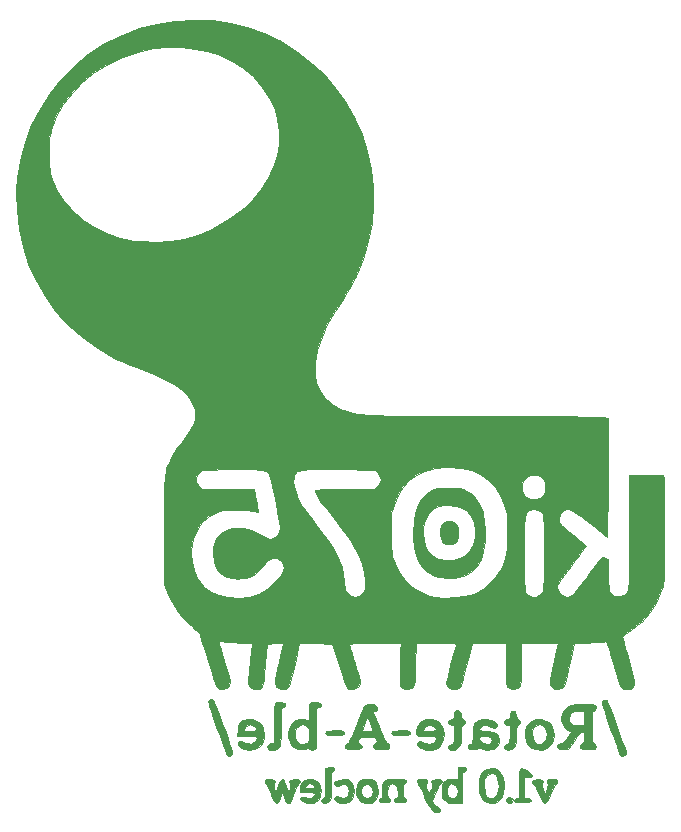
<source format=gbo>
G04 #@! TF.GenerationSoftware,KiCad,Pcbnew,(5.1.6)-1*
G04 #@! TF.CreationDate,2020-07-06T00:16:10-04:00*
G04 #@! TF.ProjectId,ki75rt_PlateBottom,6b693735-7274-45f5-906c-617465426f74,rev?*
G04 #@! TF.SameCoordinates,Original*
G04 #@! TF.FileFunction,Legend,Bot*
G04 #@! TF.FilePolarity,Positive*
%FSLAX46Y46*%
G04 Gerber Fmt 4.6, Leading zero omitted, Abs format (unit mm)*
G04 Created by KiCad (PCBNEW (5.1.6)-1) date 2020-07-06 00:16:10*
%MOMM*%
%LPD*%
G01*
G04 APERTURE LIST*
%ADD10C,0.010000*%
G04 APERTURE END LIST*
D10*
G36*
X172287313Y-110117215D02*
G01*
X172161196Y-110153945D01*
X172119371Y-110237319D01*
X172116750Y-110290166D01*
X172168963Y-110480802D01*
X172236173Y-110565333D01*
X172314551Y-110677371D01*
X172438467Y-110911809D01*
X172590597Y-111233818D01*
X172746127Y-111590667D01*
X172979766Y-112110140D01*
X173188326Y-112483063D01*
X173386504Y-112727481D01*
X173588993Y-112861441D01*
X173810489Y-112902988D01*
X173814805Y-112903000D01*
X173994524Y-112878812D01*
X174059097Y-112778373D01*
X174064083Y-112697222D01*
X174012611Y-112523070D01*
X173882078Y-112464389D01*
X173706125Y-112379947D01*
X173533739Y-112213653D01*
X173529948Y-112208609D01*
X173359823Y-111979885D01*
X173634228Y-111319609D01*
X173782463Y-110995999D01*
X173932644Y-110722478D01*
X174057846Y-110546768D01*
X174084240Y-110522001D01*
X174220294Y-110360169D01*
X174199608Y-110226904D01*
X174034295Y-110138009D01*
X173767750Y-110109000D01*
X173491238Y-110143569D01*
X173329469Y-110235175D01*
X173302954Y-110365669D01*
X173367971Y-110462755D01*
X173404138Y-110595021D01*
X173347337Y-110841561D01*
X173318618Y-110922730D01*
X173228175Y-111141653D01*
X173155082Y-111275168D01*
X173132750Y-111294334D01*
X173066292Y-111221719D01*
X172988363Y-111044642D01*
X172917839Y-110824254D01*
X172873596Y-110621704D01*
X172874509Y-110498144D01*
X172883555Y-110487030D01*
X172950571Y-110370384D01*
X172963417Y-110273337D01*
X172939572Y-110174518D01*
X172840589Y-110125252D01*
X172625299Y-110109556D01*
X172540083Y-110109000D01*
X172287313Y-110117215D01*
G37*
X172287313Y-110117215D02*
X172161196Y-110153945D01*
X172119371Y-110237319D01*
X172116750Y-110290166D01*
X172168963Y-110480802D01*
X172236173Y-110565333D01*
X172314551Y-110677371D01*
X172438467Y-110911809D01*
X172590597Y-111233818D01*
X172746127Y-111590667D01*
X172979766Y-112110140D01*
X173188326Y-112483063D01*
X173386504Y-112727481D01*
X173588993Y-112861441D01*
X173810489Y-112902988D01*
X173814805Y-112903000D01*
X173994524Y-112878812D01*
X174059097Y-112778373D01*
X174064083Y-112697222D01*
X174012611Y-112523070D01*
X173882078Y-112464389D01*
X173706125Y-112379947D01*
X173533739Y-112213653D01*
X173529948Y-112208609D01*
X173359823Y-111979885D01*
X173634228Y-111319609D01*
X173782463Y-110995999D01*
X173932644Y-110722478D01*
X174057846Y-110546768D01*
X174084240Y-110522001D01*
X174220294Y-110360169D01*
X174199608Y-110226904D01*
X174034295Y-110138009D01*
X173767750Y-110109000D01*
X173491238Y-110143569D01*
X173329469Y-110235175D01*
X173302954Y-110365669D01*
X173367971Y-110462755D01*
X173404138Y-110595021D01*
X173347337Y-110841561D01*
X173318618Y-110922730D01*
X173228175Y-111141653D01*
X173155082Y-111275168D01*
X173132750Y-111294334D01*
X173066292Y-111221719D01*
X172988363Y-111044642D01*
X172917839Y-110824254D01*
X172873596Y-110621704D01*
X172874509Y-110498144D01*
X172883555Y-110487030D01*
X172950571Y-110370384D01*
X172963417Y-110273337D01*
X172939572Y-110174518D01*
X172840589Y-110125252D01*
X172625299Y-110109556D01*
X172540083Y-110109000D01*
X172287313Y-110117215D01*
G36*
X182039478Y-110143527D02*
G01*
X181881156Y-110234488D01*
X181860472Y-110362956D01*
X181980641Y-110500634D01*
X182080098Y-110626055D01*
X182217407Y-110867685D01*
X182369840Y-111183606D01*
X182444582Y-111356224D01*
X182631906Y-111777797D01*
X182785732Y-112037430D01*
X182921750Y-112135217D01*
X183055654Y-112071247D01*
X183203136Y-111845613D01*
X183379887Y-111458407D01*
X183419993Y-111361920D01*
X183568157Y-111021638D01*
X183705571Y-110740709D01*
X183813102Y-110556555D01*
X183857079Y-110506960D01*
X183952345Y-110373295D01*
X183970083Y-110274126D01*
X183946496Y-110174875D01*
X183848237Y-110125390D01*
X183634060Y-110109582D01*
X183546750Y-110109000D01*
X183290108Y-110119224D01*
X183162396Y-110159416D01*
X183123939Y-110243860D01*
X183123417Y-110261400D01*
X183161947Y-110435883D01*
X183198312Y-110494234D01*
X183212111Y-110618647D01*
X183150121Y-110843637D01*
X183104367Y-110955667D01*
X182935526Y-111336667D01*
X182774259Y-110965803D01*
X182679878Y-110707932D01*
X182672374Y-110548269D01*
X182708343Y-110480048D01*
X182782206Y-110311414D01*
X182702455Y-110186838D01*
X182481759Y-110118398D01*
X182319083Y-110109000D01*
X182039478Y-110143527D01*
G37*
X182039478Y-110143527D02*
X181881156Y-110234488D01*
X181860472Y-110362956D01*
X181980641Y-110500634D01*
X182080098Y-110626055D01*
X182217407Y-110867685D01*
X182369840Y-111183606D01*
X182444582Y-111356224D01*
X182631906Y-111777797D01*
X182785732Y-112037430D01*
X182921750Y-112135217D01*
X183055654Y-112071247D01*
X183203136Y-111845613D01*
X183379887Y-111458407D01*
X183419993Y-111361920D01*
X183568157Y-111021638D01*
X183705571Y-110740709D01*
X183813102Y-110556555D01*
X183857079Y-110506960D01*
X183952345Y-110373295D01*
X183970083Y-110274126D01*
X183946496Y-110174875D01*
X183848237Y-110125390D01*
X183634060Y-110109582D01*
X183546750Y-110109000D01*
X183290108Y-110119224D01*
X183162396Y-110159416D01*
X183123939Y-110243860D01*
X183123417Y-110261400D01*
X183161947Y-110435883D01*
X183198312Y-110494234D01*
X183212111Y-110618647D01*
X183150121Y-110843637D01*
X183104367Y-110955667D01*
X182935526Y-111336667D01*
X182774259Y-110965803D01*
X182679878Y-110707932D01*
X182672374Y-110548269D01*
X182708343Y-110480048D01*
X182782206Y-110311414D01*
X182702455Y-110186838D01*
X182481759Y-110118398D01*
X182319083Y-110109000D01*
X182039478Y-110143527D01*
G36*
X179747167Y-111707042D02*
G01*
X179695041Y-111856425D01*
X179694417Y-111887000D01*
X179734093Y-112052977D01*
X179884440Y-112120108D01*
X179916434Y-112124414D01*
X180117103Y-112097973D01*
X180188944Y-112018580D01*
X180207788Y-111803891D01*
X180093529Y-111671864D01*
X179916434Y-111649587D01*
X179747167Y-111707042D01*
G37*
X179747167Y-111707042D02*
X179695041Y-111856425D01*
X179694417Y-111887000D01*
X179734093Y-112052977D01*
X179884440Y-112120108D01*
X179916434Y-112124414D01*
X180117103Y-112097973D01*
X180188944Y-112018580D01*
X180207788Y-111803891D01*
X180093529Y-111671864D01*
X179916434Y-111649587D01*
X179747167Y-111707042D01*
G36*
X178034080Y-109229378D02*
G01*
X177733065Y-109385560D01*
X177527301Y-109659523D01*
X177408049Y-110063330D01*
X177366567Y-110609041D01*
X177366347Y-110659334D01*
X177401770Y-111216464D01*
X177513999Y-111630735D01*
X177711976Y-111914425D01*
X178004639Y-112079814D01*
X178400931Y-112139181D01*
X178444248Y-112139752D01*
X178754704Y-112100143D01*
X179008744Y-111954265D01*
X179062452Y-111908167D01*
X179221331Y-111733441D01*
X179324896Y-111520204D01*
X179399713Y-111209351D01*
X179414449Y-111125000D01*
X179445265Y-110755157D01*
X179037416Y-110755157D01*
X179011211Y-111015164D01*
X178895869Y-111349129D01*
X178705380Y-111584331D01*
X178470632Y-111704854D01*
X178222513Y-111694780D01*
X177993275Y-111539705D01*
X177899486Y-111386556D01*
X177840542Y-111152873D01*
X177807157Y-110798389D01*
X177802944Y-110714205D01*
X177793915Y-110366961D01*
X177810968Y-110137756D01*
X177862924Y-109976180D01*
X177957020Y-109833834D01*
X178192952Y-109647051D01*
X178463103Y-109604951D01*
X178720677Y-109710709D01*
X178793514Y-109777063D01*
X178930156Y-110019726D01*
X179015013Y-110365982D01*
X179037416Y-110755157D01*
X179445265Y-110755157D01*
X179463174Y-110540221D01*
X179405454Y-110040918D01*
X179248676Y-109641829D01*
X179000228Y-109357696D01*
X178667497Y-109203257D01*
X178439087Y-109178915D01*
X178034080Y-109229378D01*
G37*
X178034080Y-109229378D02*
X177733065Y-109385560D01*
X177527301Y-109659523D01*
X177408049Y-110063330D01*
X177366567Y-110609041D01*
X177366347Y-110659334D01*
X177401770Y-111216464D01*
X177513999Y-111630735D01*
X177711976Y-111914425D01*
X178004639Y-112079814D01*
X178400931Y-112139181D01*
X178444248Y-112139752D01*
X178754704Y-112100143D01*
X179008744Y-111954265D01*
X179062452Y-111908167D01*
X179221331Y-111733441D01*
X179324896Y-111520204D01*
X179399713Y-111209351D01*
X179414449Y-111125000D01*
X179445265Y-110755157D01*
X179037416Y-110755157D01*
X179011211Y-111015164D01*
X178895869Y-111349129D01*
X178705380Y-111584331D01*
X178470632Y-111704854D01*
X178222513Y-111694780D01*
X177993275Y-111539705D01*
X177899486Y-111386556D01*
X177840542Y-111152873D01*
X177807157Y-110798389D01*
X177802944Y-110714205D01*
X177793915Y-110366961D01*
X177810968Y-110137756D01*
X177862924Y-109976180D01*
X177957020Y-109833834D01*
X178192952Y-109647051D01*
X178463103Y-109604951D01*
X178720677Y-109710709D01*
X178793514Y-109777063D01*
X178930156Y-110019726D01*
X179015013Y-110365982D01*
X179037416Y-110755157D01*
X179445265Y-110755157D01*
X179463174Y-110540221D01*
X179405454Y-110040918D01*
X179248676Y-109641829D01*
X179000228Y-109357696D01*
X178667497Y-109203257D01*
X178439087Y-109178915D01*
X178034080Y-109229378D01*
G36*
X175588083Y-110085581D02*
G01*
X175112860Y-110078711D01*
X174824714Y-110085243D01*
X174642522Y-110129350D01*
X174503712Y-110232105D01*
X174435527Y-110306809D01*
X174319860Y-110471812D01*
X174258103Y-110662741D01*
X174235134Y-110938480D01*
X174233417Y-111093901D01*
X174241469Y-111406760D01*
X174277711Y-111609436D01*
X174360273Y-111760780D01*
X174479241Y-111891850D01*
X174622852Y-112021421D01*
X174763486Y-112093987D01*
X174954987Y-112124478D01*
X175251199Y-112127820D01*
X175325907Y-112126578D01*
X175926750Y-112115482D01*
X175926750Y-111133439D01*
X175576752Y-111133439D01*
X175505701Y-111440542D01*
X175464943Y-111511992D01*
X175269136Y-111678913D01*
X175027579Y-111708712D01*
X174800422Y-111594917D01*
X174789798Y-111584619D01*
X174695654Y-111395959D01*
X174656968Y-111103784D01*
X174656750Y-111078571D01*
X174676357Y-110820140D01*
X174753928Y-110661509D01*
X174873263Y-110563706D01*
X175032725Y-110475111D01*
X175154297Y-110483907D01*
X175317763Y-110591292D01*
X175510996Y-110830898D01*
X175576752Y-111133439D01*
X175926750Y-111133439D01*
X175926750Y-110807981D01*
X175927957Y-110310536D01*
X175933722Y-109956757D01*
X175947259Y-109720986D01*
X175971781Y-109577561D01*
X176010505Y-109500823D01*
X176066643Y-109465110D01*
X176096083Y-109456199D01*
X176234436Y-109352678D01*
X176265417Y-109252459D01*
X176233196Y-109147366D01*
X176108090Y-109101133D01*
X175926750Y-109093000D01*
X175588083Y-109093000D01*
X175588083Y-110085581D01*
G37*
X175588083Y-110085581D02*
X175112860Y-110078711D01*
X174824714Y-110085243D01*
X174642522Y-110129350D01*
X174503712Y-110232105D01*
X174435527Y-110306809D01*
X174319860Y-110471812D01*
X174258103Y-110662741D01*
X174235134Y-110938480D01*
X174233417Y-111093901D01*
X174241469Y-111406760D01*
X174277711Y-111609436D01*
X174360273Y-111760780D01*
X174479241Y-111891850D01*
X174622852Y-112021421D01*
X174763486Y-112093987D01*
X174954987Y-112124478D01*
X175251199Y-112127820D01*
X175325907Y-112126578D01*
X175926750Y-112115482D01*
X175926750Y-111133439D01*
X175576752Y-111133439D01*
X175505701Y-111440542D01*
X175464943Y-111511992D01*
X175269136Y-111678913D01*
X175027579Y-111708712D01*
X174800422Y-111594917D01*
X174789798Y-111584619D01*
X174695654Y-111395959D01*
X174656968Y-111103784D01*
X174656750Y-111078571D01*
X174676357Y-110820140D01*
X174753928Y-110661509D01*
X174873263Y-110563706D01*
X175032725Y-110475111D01*
X175154297Y-110483907D01*
X175317763Y-110591292D01*
X175510996Y-110830898D01*
X175576752Y-111133439D01*
X175926750Y-111133439D01*
X175926750Y-110807981D01*
X175927957Y-110310536D01*
X175933722Y-109956757D01*
X175947259Y-109720986D01*
X175971781Y-109577561D01*
X176010505Y-109500823D01*
X176066643Y-109465110D01*
X176096083Y-109456199D01*
X176234436Y-109352678D01*
X176265417Y-109252459D01*
X176233196Y-109147366D01*
X176108090Y-109101133D01*
X175926750Y-109093000D01*
X175588083Y-109093000D01*
X175588083Y-110085581D01*
G36*
X167561273Y-110104575D02*
G01*
X167350015Y-110184639D01*
X167134879Y-110385911D01*
X167003057Y-110684678D01*
X166952719Y-111036529D01*
X166982033Y-111397050D01*
X167089170Y-111721828D01*
X167272297Y-111966450D01*
X167427317Y-112059971D01*
X167808389Y-112133266D01*
X168198901Y-112091839D01*
X168405724Y-112011501D01*
X168618147Y-111807680D01*
X168752350Y-111500641D01*
X168799098Y-111177719D01*
X168384763Y-111177719D01*
X168321914Y-111433897D01*
X168164198Y-111627702D01*
X167923494Y-111716141D01*
X167883417Y-111717667D01*
X167623717Y-111643100D01*
X167507218Y-111529495D01*
X167383918Y-111255748D01*
X167372933Y-110986820D01*
X167452409Y-110751343D01*
X167600493Y-110577949D01*
X167795329Y-110495270D01*
X168015064Y-110531939D01*
X168178341Y-110650227D01*
X168340865Y-110902164D01*
X168384763Y-111177719D01*
X168799098Y-111177719D01*
X168804675Y-111139195D01*
X168771469Y-110772156D01*
X168649077Y-110448334D01*
X168534038Y-110297803D01*
X168266762Y-110136963D01*
X167920592Y-110070459D01*
X167561273Y-110104575D01*
G37*
X167561273Y-110104575D02*
X167350015Y-110184639D01*
X167134879Y-110385911D01*
X167003057Y-110684678D01*
X166952719Y-111036529D01*
X166982033Y-111397050D01*
X167089170Y-111721828D01*
X167272297Y-111966450D01*
X167427317Y-112059971D01*
X167808389Y-112133266D01*
X168198901Y-112091839D01*
X168405724Y-112011501D01*
X168618147Y-111807680D01*
X168752350Y-111500641D01*
X168799098Y-111177719D01*
X168384763Y-111177719D01*
X168321914Y-111433897D01*
X168164198Y-111627702D01*
X167923494Y-111716141D01*
X167883417Y-111717667D01*
X167623717Y-111643100D01*
X167507218Y-111529495D01*
X167383918Y-111255748D01*
X167372933Y-110986820D01*
X167452409Y-110751343D01*
X167600493Y-110577949D01*
X167795329Y-110495270D01*
X168015064Y-110531939D01*
X168178341Y-110650227D01*
X168340865Y-110902164D01*
X168384763Y-111177719D01*
X168799098Y-111177719D01*
X168804675Y-111139195D01*
X168771469Y-110772156D01*
X168649077Y-110448334D01*
X168534038Y-110297803D01*
X168266762Y-110136963D01*
X167920592Y-110070459D01*
X167561273Y-110104575D01*
G36*
X165549019Y-110145221D02*
G01*
X165283278Y-110242843D01*
X165128385Y-110385304D01*
X165112963Y-110556043D01*
X165114974Y-110561479D01*
X165235341Y-110684839D01*
X165439336Y-110669739D01*
X165642729Y-110564929D01*
X165808625Y-110476734D01*
X165940765Y-110494070D01*
X166055726Y-110562060D01*
X166249358Y-110781580D01*
X166328629Y-111077792D01*
X166279758Y-111391164D01*
X166258855Y-111439485D01*
X166080906Y-111643968D01*
X165829900Y-111709309D01*
X165548159Y-111629294D01*
X165331933Y-111567753D01*
X165162017Y-111611744D01*
X165089566Y-111747232D01*
X165089417Y-111755169D01*
X165165253Y-111913707D01*
X165362946Y-112033015D01*
X165637768Y-112104263D01*
X165944993Y-112118624D01*
X166239896Y-112067268D01*
X166377632Y-112009453D01*
X166581999Y-111809869D01*
X166709227Y-111505021D01*
X166755438Y-111142310D01*
X166716753Y-110769137D01*
X166589295Y-110432904D01*
X166515584Y-110323159D01*
X166385230Y-110192936D01*
X166221190Y-110128764D01*
X165962038Y-110109376D01*
X165896985Y-110109000D01*
X165549019Y-110145221D01*
G37*
X165549019Y-110145221D02*
X165283278Y-110242843D01*
X165128385Y-110385304D01*
X165112963Y-110556043D01*
X165114974Y-110561479D01*
X165235341Y-110684839D01*
X165439336Y-110669739D01*
X165642729Y-110564929D01*
X165808625Y-110476734D01*
X165940765Y-110494070D01*
X166055726Y-110562060D01*
X166249358Y-110781580D01*
X166328629Y-111077792D01*
X166279758Y-111391164D01*
X166258855Y-111439485D01*
X166080906Y-111643968D01*
X165829900Y-111709309D01*
X165548159Y-111629294D01*
X165331933Y-111567753D01*
X165162017Y-111611744D01*
X165089566Y-111747232D01*
X165089417Y-111755169D01*
X165165253Y-111913707D01*
X165362946Y-112033015D01*
X165637768Y-112104263D01*
X165944993Y-112118624D01*
X166239896Y-112067268D01*
X166377632Y-112009453D01*
X166581999Y-111809869D01*
X166709227Y-111505021D01*
X166755438Y-111142310D01*
X166716753Y-110769137D01*
X166589295Y-110432904D01*
X166515584Y-110323159D01*
X166385230Y-110192936D01*
X166221190Y-110128764D01*
X165962038Y-110109376D01*
X165896985Y-110109000D01*
X165549019Y-110145221D01*
G36*
X164763070Y-109106968D02*
G01*
X164729583Y-109109299D01*
X164369750Y-109135334D01*
X164346378Y-110426500D01*
X164334115Y-110938558D01*
X164317280Y-111302453D01*
X164293594Y-111539337D01*
X164260779Y-111670365D01*
X164216556Y-111716691D01*
X164207270Y-111717667D01*
X164077484Y-111786904D01*
X164033572Y-111949645D01*
X164050611Y-112035167D01*
X164159198Y-112127661D01*
X164347331Y-112139127D01*
X164550594Y-112077685D01*
X164703616Y-111952828D01*
X164759733Y-111835502D01*
X164798236Y-111652921D01*
X164821834Y-111377233D01*
X164833236Y-110980585D01*
X164835417Y-110598161D01*
X164838018Y-110124420D01*
X164847596Y-109795528D01*
X164866810Y-109587054D01*
X164898320Y-109474569D01*
X164944785Y-109433643D01*
X164962417Y-109431667D01*
X165065735Y-109360607D01*
X165089417Y-109257465D01*
X165068118Y-109148901D01*
X164974299Y-109104896D01*
X164763070Y-109106968D01*
G37*
X164763070Y-109106968D02*
X164729583Y-109109299D01*
X164369750Y-109135334D01*
X164346378Y-110426500D01*
X164334115Y-110938558D01*
X164317280Y-111302453D01*
X164293594Y-111539337D01*
X164260779Y-111670365D01*
X164216556Y-111716691D01*
X164207270Y-111717667D01*
X164077484Y-111786904D01*
X164033572Y-111949645D01*
X164050611Y-112035167D01*
X164159198Y-112127661D01*
X164347331Y-112139127D01*
X164550594Y-112077685D01*
X164703616Y-111952828D01*
X164759733Y-111835502D01*
X164798236Y-111652921D01*
X164821834Y-111377233D01*
X164833236Y-110980585D01*
X164835417Y-110598161D01*
X164838018Y-110124420D01*
X164847596Y-109795528D01*
X164866810Y-109587054D01*
X164898320Y-109474569D01*
X164944785Y-109433643D01*
X164962417Y-109431667D01*
X165065735Y-109360607D01*
X165089417Y-109257465D01*
X165068118Y-109148901D01*
X164974299Y-109104896D01*
X164763070Y-109106968D01*
G36*
X162617973Y-110151201D02*
G01*
X162363013Y-110353236D01*
X162229010Y-110669934D01*
X162210750Y-110875721D01*
X162210750Y-111209667D01*
X162845750Y-111209667D01*
X163214879Y-111223536D01*
X163425926Y-111270181D01*
X163488253Y-111357162D01*
X163411223Y-111492036D01*
X163314384Y-111587982D01*
X163106105Y-111695054D01*
X162912217Y-111679679D01*
X162553676Y-111611844D01*
X162331639Y-111624303D01*
X162232967Y-111718097D01*
X162228977Y-111733937D01*
X162274701Y-111881340D01*
X162445912Y-112003716D01*
X162699420Y-112090891D01*
X162992029Y-112132692D01*
X163280550Y-112118946D01*
X163521787Y-112039479D01*
X163523083Y-112038738D01*
X163784583Y-111796260D01*
X163933876Y-111449823D01*
X163962286Y-111029466D01*
X163919645Y-110785625D01*
X163456912Y-110785625D01*
X163337369Y-110849909D01*
X163064472Y-110871000D01*
X162820654Y-110858327D01*
X162664663Y-110825873D01*
X162634083Y-110799456D01*
X162690769Y-110695571D01*
X162809203Y-110569431D01*
X162951905Y-110465693D01*
X163082273Y-110473402D01*
X163204581Y-110535142D01*
X163412917Y-110680060D01*
X163456912Y-110785625D01*
X163919645Y-110785625D01*
X163906590Y-110710976D01*
X163746225Y-110370826D01*
X163480311Y-110160668D01*
X163103314Y-110076693D01*
X162982991Y-110075131D01*
X162617973Y-110151201D01*
G37*
X162617973Y-110151201D02*
X162363013Y-110353236D01*
X162229010Y-110669934D01*
X162210750Y-110875721D01*
X162210750Y-111209667D01*
X162845750Y-111209667D01*
X163214879Y-111223536D01*
X163425926Y-111270181D01*
X163488253Y-111357162D01*
X163411223Y-111492036D01*
X163314384Y-111587982D01*
X163106105Y-111695054D01*
X162912217Y-111679679D01*
X162553676Y-111611844D01*
X162331639Y-111624303D01*
X162232967Y-111718097D01*
X162228977Y-111733937D01*
X162274701Y-111881340D01*
X162445912Y-112003716D01*
X162699420Y-112090891D01*
X162992029Y-112132692D01*
X163280550Y-112118946D01*
X163521787Y-112039479D01*
X163523083Y-112038738D01*
X163784583Y-111796260D01*
X163933876Y-111449823D01*
X163962286Y-111029466D01*
X163919645Y-110785625D01*
X163456912Y-110785625D01*
X163337369Y-110849909D01*
X163064472Y-110871000D01*
X162820654Y-110858327D01*
X162664663Y-110825873D01*
X162634083Y-110799456D01*
X162690769Y-110695571D01*
X162809203Y-110569431D01*
X162951905Y-110465693D01*
X163082273Y-110473402D01*
X163204581Y-110535142D01*
X163412917Y-110680060D01*
X163456912Y-110785625D01*
X163919645Y-110785625D01*
X163906590Y-110710976D01*
X163746225Y-110370826D01*
X163480311Y-110160668D01*
X163103314Y-110076693D01*
X162982991Y-110075131D01*
X162617973Y-110151201D01*
G36*
X159394932Y-110117632D02*
G01*
X159282652Y-110160166D01*
X159248999Y-110261558D01*
X159247417Y-110320667D01*
X159283577Y-110479717D01*
X159353250Y-110532492D01*
X159424014Y-110607441D01*
X159530463Y-110809450D01*
X159656138Y-111104474D01*
X159744369Y-111341388D01*
X159879559Y-111712019D01*
X159980438Y-111948013D01*
X160062981Y-112076428D01*
X160143165Y-112124323D01*
X160206666Y-112124396D01*
X160343408Y-112049506D01*
X160450318Y-111850168D01*
X160492813Y-111717667D01*
X160589085Y-111396532D01*
X160658859Y-111234227D01*
X160719159Y-111225934D01*
X160787009Y-111366838D01*
X160866920Y-111611834D01*
X160971425Y-111911055D01*
X161063650Y-112075772D01*
X161163593Y-112137707D01*
X161200478Y-112141000D01*
X161356213Y-112094704D01*
X161406609Y-112035167D01*
X161450967Y-111908741D01*
X161534885Y-111669356D01*
X161641941Y-111363864D01*
X161666303Y-111294334D01*
X161794338Y-110973185D01*
X161929758Y-110703774D01*
X162046509Y-110536826D01*
X162062983Y-110522001D01*
X162198029Y-110359762D01*
X162176383Y-110226397D01*
X162010178Y-110137667D01*
X161745083Y-110109000D01*
X161457709Y-110144157D01*
X161304198Y-110241445D01*
X161297526Y-110388585D01*
X161354536Y-110478496D01*
X161401843Y-110612304D01*
X161362221Y-110827999D01*
X161330774Y-110921917D01*
X161245000Y-111114763D01*
X161183286Y-111151490D01*
X161168086Y-111125000D01*
X161118243Y-110975654D01*
X161038985Y-110730142D01*
X160982849Y-110553500D01*
X160877435Y-110275948D01*
X160773749Y-110137992D01*
X160682311Y-110109000D01*
X160574924Y-110151626D01*
X160482340Y-110299875D01*
X160385734Y-110584306D01*
X160382413Y-110595834D01*
X160282833Y-110928592D01*
X160211495Y-111110523D01*
X160154268Y-111154745D01*
X160097020Y-111074375D01*
X160037229Y-110916284D01*
X159972930Y-110665679D01*
X159996487Y-110511371D01*
X160018965Y-110478496D01*
X160091703Y-110310735D01*
X160011154Y-110186437D01*
X159790525Y-110118181D01*
X159631074Y-110109000D01*
X159394932Y-110117632D01*
G37*
X159394932Y-110117632D02*
X159282652Y-110160166D01*
X159248999Y-110261558D01*
X159247417Y-110320667D01*
X159283577Y-110479717D01*
X159353250Y-110532492D01*
X159424014Y-110607441D01*
X159530463Y-110809450D01*
X159656138Y-111104474D01*
X159744369Y-111341388D01*
X159879559Y-111712019D01*
X159980438Y-111948013D01*
X160062981Y-112076428D01*
X160143165Y-112124323D01*
X160206666Y-112124396D01*
X160343408Y-112049506D01*
X160450318Y-111850168D01*
X160492813Y-111717667D01*
X160589085Y-111396532D01*
X160658859Y-111234227D01*
X160719159Y-111225934D01*
X160787009Y-111366838D01*
X160866920Y-111611834D01*
X160971425Y-111911055D01*
X161063650Y-112075772D01*
X161163593Y-112137707D01*
X161200478Y-112141000D01*
X161356213Y-112094704D01*
X161406609Y-112035167D01*
X161450967Y-111908741D01*
X161534885Y-111669356D01*
X161641941Y-111363864D01*
X161666303Y-111294334D01*
X161794338Y-110973185D01*
X161929758Y-110703774D01*
X162046509Y-110536826D01*
X162062983Y-110522001D01*
X162198029Y-110359762D01*
X162176383Y-110226397D01*
X162010178Y-110137667D01*
X161745083Y-110109000D01*
X161457709Y-110144157D01*
X161304198Y-110241445D01*
X161297526Y-110388585D01*
X161354536Y-110478496D01*
X161401843Y-110612304D01*
X161362221Y-110827999D01*
X161330774Y-110921917D01*
X161245000Y-111114763D01*
X161183286Y-111151490D01*
X161168086Y-111125000D01*
X161118243Y-110975654D01*
X161038985Y-110730142D01*
X160982849Y-110553500D01*
X160877435Y-110275948D01*
X160773749Y-110137992D01*
X160682311Y-110109000D01*
X160574924Y-110151626D01*
X160482340Y-110299875D01*
X160385734Y-110584306D01*
X160382413Y-110595834D01*
X160282833Y-110928592D01*
X160211495Y-111110523D01*
X160154268Y-111154745D01*
X160097020Y-111074375D01*
X160037229Y-110916284D01*
X159972930Y-110665679D01*
X159996487Y-110511371D01*
X160018965Y-110478496D01*
X160091703Y-110310735D01*
X160011154Y-110186437D01*
X159790525Y-110118181D01*
X159631074Y-110109000D01*
X159394932Y-110117632D01*
G36*
X180842982Y-109241988D02*
G01*
X180804142Y-109311592D01*
X180785070Y-109442866D01*
X180769202Y-109707471D01*
X180757995Y-110069410D01*
X180752906Y-110492690D01*
X180752750Y-110581592D01*
X180752750Y-111717667D01*
X180541083Y-111717667D01*
X180375102Y-111757354D01*
X180329417Y-111887000D01*
X180342809Y-111969335D01*
X180405060Y-112019627D01*
X180549280Y-112045667D01*
X180808579Y-112055245D01*
X181049083Y-112056334D01*
X181399488Y-112052984D01*
X181613573Y-112037930D01*
X181724299Y-112003661D01*
X181764627Y-111942666D01*
X181768750Y-111892365D01*
X181721258Y-111768163D01*
X181553842Y-111709057D01*
X181493583Y-111701865D01*
X181218417Y-111675334D01*
X181194318Y-110758531D01*
X181170220Y-109841728D01*
X181363652Y-109900450D01*
X181529966Y-109946240D01*
X181599417Y-109959445D01*
X181800179Y-109919032D01*
X181863664Y-109809510D01*
X181794786Y-109653726D01*
X181598461Y-109474526D01*
X181478507Y-109397379D01*
X181169949Y-109237215D01*
X180965635Y-109186375D01*
X180842982Y-109241988D01*
G37*
X180842982Y-109241988D02*
X180804142Y-109311592D01*
X180785070Y-109442866D01*
X180769202Y-109707471D01*
X180757995Y-110069410D01*
X180752906Y-110492690D01*
X180752750Y-110581592D01*
X180752750Y-111717667D01*
X180541083Y-111717667D01*
X180375102Y-111757354D01*
X180329417Y-111887000D01*
X180342809Y-111969335D01*
X180405060Y-112019627D01*
X180549280Y-112045667D01*
X180808579Y-112055245D01*
X181049083Y-112056334D01*
X181399488Y-112052984D01*
X181613573Y-112037930D01*
X181724299Y-112003661D01*
X181764627Y-111942666D01*
X181768750Y-111892365D01*
X181721258Y-111768163D01*
X181553842Y-111709057D01*
X181493583Y-111701865D01*
X181218417Y-111675334D01*
X181194318Y-110758531D01*
X181170220Y-109841728D01*
X181363652Y-109900450D01*
X181529966Y-109946240D01*
X181599417Y-109959445D01*
X181800179Y-109919032D01*
X181863664Y-109809510D01*
X181794786Y-109653726D01*
X181598461Y-109474526D01*
X181478507Y-109397379D01*
X181169949Y-109237215D01*
X180965635Y-109186375D01*
X180842982Y-109241988D01*
G36*
X169996213Y-110121595D02*
G01*
X169693457Y-110136703D01*
X169493603Y-110159414D01*
X169441258Y-110175094D01*
X169275443Y-110378217D01*
X169180120Y-110727310D01*
X169153417Y-111161767D01*
X169145084Y-111472231D01*
X169115283Y-111645500D01*
X169056809Y-111713114D01*
X169026417Y-111717667D01*
X168922989Y-111788253D01*
X168899417Y-111887000D01*
X168919851Y-111985271D01*
X169008019Y-112036223D01*
X169204224Y-112054670D01*
X169360087Y-112056334D01*
X169682868Y-112038094D01*
X169846716Y-111979361D01*
X169858483Y-111874110D01*
X169735753Y-111726214D01*
X169628190Y-111599964D01*
X169585201Y-111449134D01*
X169593738Y-111212581D01*
X169604788Y-111112445D01*
X169678509Y-110748517D01*
X169801425Y-110536688D01*
X169984001Y-110464209D01*
X170122912Y-110481388D01*
X170338488Y-110616899D01*
X170466557Y-110894459D01*
X170508083Y-111307772D01*
X170489004Y-111542459D01*
X170417579Y-111659118D01*
X170338750Y-111693135D01*
X170200398Y-111796655D01*
X170169417Y-111896875D01*
X170190889Y-111986319D01*
X170280703Y-112034652D01*
X170476957Y-112053834D01*
X170677417Y-112056334D01*
X170961145Y-112050155D01*
X171114457Y-112023014D01*
X171176078Y-111962001D01*
X171185417Y-111887000D01*
X171132477Y-111749096D01*
X171058417Y-111717667D01*
X170988958Y-111682436D01*
X170949438Y-111555913D01*
X170933057Y-111306850D01*
X170931417Y-111134059D01*
X170941615Y-110798850D01*
X170976354Y-110601031D01*
X171041849Y-110509651D01*
X171058417Y-110501716D01*
X171164085Y-110386598D01*
X171185417Y-110286153D01*
X171172853Y-110209344D01*
X171114517Y-110160353D01*
X170979444Y-110132824D01*
X170736670Y-110120406D01*
X170359917Y-110116756D01*
X169996213Y-110121595D01*
G37*
X169996213Y-110121595D02*
X169693457Y-110136703D01*
X169493603Y-110159414D01*
X169441258Y-110175094D01*
X169275443Y-110378217D01*
X169180120Y-110727310D01*
X169153417Y-111161767D01*
X169145084Y-111472231D01*
X169115283Y-111645500D01*
X169056809Y-111713114D01*
X169026417Y-111717667D01*
X168922989Y-111788253D01*
X168899417Y-111887000D01*
X168919851Y-111985271D01*
X169008019Y-112036223D01*
X169204224Y-112054670D01*
X169360087Y-112056334D01*
X169682868Y-112038094D01*
X169846716Y-111979361D01*
X169858483Y-111874110D01*
X169735753Y-111726214D01*
X169628190Y-111599964D01*
X169585201Y-111449134D01*
X169593738Y-111212581D01*
X169604788Y-111112445D01*
X169678509Y-110748517D01*
X169801425Y-110536688D01*
X169984001Y-110464209D01*
X170122912Y-110481388D01*
X170338488Y-110616899D01*
X170466557Y-110894459D01*
X170508083Y-111307772D01*
X170489004Y-111542459D01*
X170417579Y-111659118D01*
X170338750Y-111693135D01*
X170200398Y-111796655D01*
X170169417Y-111896875D01*
X170190889Y-111986319D01*
X170280703Y-112034652D01*
X170476957Y-112053834D01*
X170677417Y-112056334D01*
X170961145Y-112050155D01*
X171114457Y-112023014D01*
X171176078Y-111962001D01*
X171185417Y-111887000D01*
X171132477Y-111749096D01*
X171058417Y-111717667D01*
X170988958Y-111682436D01*
X170949438Y-111555913D01*
X170933057Y-111306850D01*
X170931417Y-111134059D01*
X170941615Y-110798850D01*
X170976354Y-110601031D01*
X171041849Y-110509651D01*
X171058417Y-110501716D01*
X171164085Y-110386598D01*
X171185417Y-110286153D01*
X171172853Y-110209344D01*
X171114517Y-110160353D01*
X170979444Y-110132824D01*
X170736670Y-110120406D01*
X170359917Y-110116756D01*
X169996213Y-110121595D01*
G36*
X187808645Y-103501839D02*
G01*
X187780083Y-103635531D01*
X187807829Y-103765289D01*
X187884875Y-104027075D01*
X188001932Y-104394295D01*
X188149712Y-104840350D01*
X188318927Y-105338646D01*
X188500289Y-105862585D01*
X188684510Y-106385572D01*
X188862300Y-106881010D01*
X189024373Y-107322303D01*
X189161439Y-107682855D01*
X189264211Y-107936069D01*
X189323401Y-108055349D01*
X189323788Y-108055834D01*
X189489720Y-108156000D01*
X189672944Y-108093647D01*
X189710483Y-108060067D01*
X189800406Y-107922987D01*
X189812429Y-107869567D01*
X189784282Y-107741259D01*
X189705568Y-107485541D01*
X189585533Y-107127369D01*
X189433420Y-106691699D01*
X189258475Y-106203488D01*
X189069943Y-105687691D01*
X188877069Y-105169264D01*
X188689098Y-104673165D01*
X188515275Y-104224349D01*
X188364844Y-103847773D01*
X188247052Y-103568392D01*
X188171143Y-103411164D01*
X188151514Y-103386043D01*
X187945591Y-103377582D01*
X187808645Y-103501839D01*
G37*
X187808645Y-103501839D02*
X187780083Y-103635531D01*
X187807829Y-103765289D01*
X187884875Y-104027075D01*
X188001932Y-104394295D01*
X188149712Y-104840350D01*
X188318927Y-105338646D01*
X188500289Y-105862585D01*
X188684510Y-106385572D01*
X188862300Y-106881010D01*
X189024373Y-107322303D01*
X189161439Y-107682855D01*
X189264211Y-107936069D01*
X189323401Y-108055349D01*
X189323788Y-108055834D01*
X189489720Y-108156000D01*
X189672944Y-108093647D01*
X189710483Y-108060067D01*
X189800406Y-107922987D01*
X189812429Y-107869567D01*
X189784282Y-107741259D01*
X189705568Y-107485541D01*
X189585533Y-107127369D01*
X189433420Y-106691699D01*
X189258475Y-106203488D01*
X189069943Y-105687691D01*
X188877069Y-105169264D01*
X188689098Y-104673165D01*
X188515275Y-104224349D01*
X188364844Y-103847773D01*
X188247052Y-103568392D01*
X188171143Y-103411164D01*
X188151514Y-103386043D01*
X187945591Y-103377582D01*
X187808645Y-103501839D01*
G36*
X154547776Y-103416176D02*
G01*
X154452809Y-103545315D01*
X154467370Y-103656715D01*
X154533076Y-103901002D01*
X154640964Y-104252756D01*
X154782070Y-104686559D01*
X154947429Y-105176991D01*
X155128077Y-105698634D01*
X155315051Y-106226068D01*
X155499385Y-106733875D01*
X155672117Y-107196635D01*
X155824281Y-107588931D01*
X155946914Y-107885342D01*
X156031052Y-108060450D01*
X156057545Y-108095764D01*
X156174870Y-108149214D01*
X156304412Y-108122543D01*
X156347583Y-108105594D01*
X156430246Y-107997116D01*
X156453417Y-107863805D01*
X156425421Y-107724952D01*
X156347655Y-107456177D01*
X156229453Y-107083879D01*
X156080151Y-106634457D01*
X155909080Y-106134310D01*
X155725577Y-105609835D01*
X155538974Y-105087432D01*
X155358606Y-104593500D01*
X155193807Y-104154436D01*
X155053911Y-103796640D01*
X154948252Y-103546510D01*
X154886165Y-103430445D01*
X154885673Y-103429922D01*
X154720084Y-103357330D01*
X154547776Y-103416176D01*
G37*
X154547776Y-103416176D02*
X154452809Y-103545315D01*
X154467370Y-103656715D01*
X154533076Y-103901002D01*
X154640964Y-104252756D01*
X154782070Y-104686559D01*
X154947429Y-105176991D01*
X155128077Y-105698634D01*
X155315051Y-106226068D01*
X155499385Y-106733875D01*
X155672117Y-107196635D01*
X155824281Y-107588931D01*
X155946914Y-107885342D01*
X156031052Y-108060450D01*
X156057545Y-108095764D01*
X156174870Y-108149214D01*
X156304412Y-108122543D01*
X156347583Y-108105594D01*
X156430246Y-107997116D01*
X156453417Y-107863805D01*
X156425421Y-107724952D01*
X156347655Y-107456177D01*
X156229453Y-107083879D01*
X156080151Y-106634457D01*
X155909080Y-106134310D01*
X155725577Y-105609835D01*
X155538974Y-105087432D01*
X155358606Y-104593500D01*
X155193807Y-104154436D01*
X155053911Y-103796640D01*
X154948252Y-103546510D01*
X154886165Y-103430445D01*
X154885673Y-103429922D01*
X154720084Y-103357330D01*
X154547776Y-103416176D01*
G36*
X182212824Y-105052805D02*
G01*
X181830817Y-105185249D01*
X181530987Y-105423498D01*
X181382655Y-105663135D01*
X181278763Y-106057534D01*
X181269126Y-106474195D01*
X181344438Y-106869898D01*
X181495395Y-107201429D01*
X181712691Y-107425569D01*
X181768750Y-107456305D01*
X182198704Y-107583744D01*
X182661139Y-107602673D01*
X182868199Y-107569529D01*
X183198963Y-107410898D01*
X183448035Y-107139512D01*
X183612323Y-106791018D01*
X183688733Y-106401062D01*
X183685758Y-106320171D01*
X183100413Y-106320171D01*
X183040787Y-106673828D01*
X182880150Y-106959514D01*
X182651019Y-107121128D01*
X182391366Y-107149336D01*
X182139165Y-107034804D01*
X182028895Y-106922582D01*
X181900985Y-106655186D01*
X181850671Y-106321815D01*
X181879529Y-105991890D01*
X181989136Y-105734831D01*
X182001583Y-105719323D01*
X182242126Y-105528698D01*
X182490853Y-105482987D01*
X182724404Y-105560734D01*
X182919421Y-105740484D01*
X183052543Y-106000782D01*
X183100413Y-106320171D01*
X183685758Y-106320171D01*
X183674174Y-106005290D01*
X183565551Y-105639350D01*
X183359774Y-105338887D01*
X183078180Y-105149330D01*
X182640711Y-105037166D01*
X182212824Y-105052805D01*
G37*
X182212824Y-105052805D02*
X181830817Y-105185249D01*
X181530987Y-105423498D01*
X181382655Y-105663135D01*
X181278763Y-106057534D01*
X181269126Y-106474195D01*
X181344438Y-106869898D01*
X181495395Y-107201429D01*
X181712691Y-107425569D01*
X181768750Y-107456305D01*
X182198704Y-107583744D01*
X182661139Y-107602673D01*
X182868199Y-107569529D01*
X183198963Y-107410898D01*
X183448035Y-107139512D01*
X183612323Y-106791018D01*
X183688733Y-106401062D01*
X183685758Y-106320171D01*
X183100413Y-106320171D01*
X183040787Y-106673828D01*
X182880150Y-106959514D01*
X182651019Y-107121128D01*
X182391366Y-107149336D01*
X182139165Y-107034804D01*
X182028895Y-106922582D01*
X181900985Y-106655186D01*
X181850671Y-106321815D01*
X181879529Y-105991890D01*
X181989136Y-105734831D01*
X182001583Y-105719323D01*
X182242126Y-105528698D01*
X182490853Y-105482987D01*
X182724404Y-105560734D01*
X182919421Y-105740484D01*
X183052543Y-106000782D01*
X183100413Y-106320171D01*
X183685758Y-106320171D01*
X183674174Y-106005290D01*
X183565551Y-105639350D01*
X183359774Y-105338887D01*
X183078180Y-105149330D01*
X182640711Y-105037166D01*
X182212824Y-105052805D01*
G36*
X180108653Y-104329267D02*
G01*
X180040772Y-104419999D01*
X180010043Y-104627927D01*
X180007302Y-104663988D01*
X179977720Y-104892015D01*
X179910716Y-105001359D01*
X179772548Y-105042632D01*
X179753302Y-105044988D01*
X179581070Y-105100343D01*
X179526194Y-105242693D01*
X179525083Y-105283000D01*
X179561629Y-105444929D01*
X179703704Y-105513483D01*
X179761127Y-105521767D01*
X179997170Y-105548867D01*
X179972793Y-106282871D01*
X179958325Y-106637735D01*
X179935734Y-106861879D01*
X179893092Y-106993874D01*
X179818468Y-107072291D01*
X179710612Y-107130607D01*
X179532792Y-107261898D01*
X179498946Y-107427836D01*
X179589886Y-107586242D01*
X179790309Y-107628736D01*
X180083674Y-107552508D01*
X180126246Y-107534408D01*
X180285062Y-107450650D01*
X180391202Y-107343905D01*
X180455113Y-107181070D01*
X180487248Y-106929044D01*
X180498056Y-106554724D01*
X180498750Y-106354486D01*
X180501703Y-105985811D01*
X180515854Y-105750574D01*
X180549138Y-105612911D01*
X180609491Y-105536956D01*
X180689250Y-105493577D01*
X180850264Y-105363620D01*
X180855875Y-105211492D01*
X180705679Y-105079792D01*
X180693221Y-105074133D01*
X180557513Y-104963336D01*
X180492287Y-104754858D01*
X180481554Y-104650800D01*
X180452343Y-104430449D01*
X180386698Y-104332323D01*
X180251980Y-104309355D01*
X180244750Y-104309334D01*
X180108653Y-104329267D01*
G37*
X180108653Y-104329267D02*
X180040772Y-104419999D01*
X180010043Y-104627927D01*
X180007302Y-104663988D01*
X179977720Y-104892015D01*
X179910716Y-105001359D01*
X179772548Y-105042632D01*
X179753302Y-105044988D01*
X179581070Y-105100343D01*
X179526194Y-105242693D01*
X179525083Y-105283000D01*
X179561629Y-105444929D01*
X179703704Y-105513483D01*
X179761127Y-105521767D01*
X179997170Y-105548867D01*
X179972793Y-106282871D01*
X179958325Y-106637735D01*
X179935734Y-106861879D01*
X179893092Y-106993874D01*
X179818468Y-107072291D01*
X179710612Y-107130607D01*
X179532792Y-107261898D01*
X179498946Y-107427836D01*
X179589886Y-107586242D01*
X179790309Y-107628736D01*
X180083674Y-107552508D01*
X180126246Y-107534408D01*
X180285062Y-107450650D01*
X180391202Y-107343905D01*
X180455113Y-107181070D01*
X180487248Y-106929044D01*
X180498056Y-106554724D01*
X180498750Y-106354486D01*
X180501703Y-105985811D01*
X180515854Y-105750574D01*
X180549138Y-105612911D01*
X180609491Y-105536956D01*
X180689250Y-105493577D01*
X180850264Y-105363620D01*
X180855875Y-105211492D01*
X180705679Y-105079792D01*
X180693221Y-105074133D01*
X180557513Y-104963336D01*
X180492287Y-104754858D01*
X180481554Y-104650800D01*
X180452343Y-104430449D01*
X180386698Y-104332323D01*
X180251980Y-104309355D01*
X180244750Y-104309334D01*
X180108653Y-104329267D01*
G36*
X177647060Y-105051734D02*
G01*
X177327797Y-105128253D01*
X177073518Y-105271266D01*
X176969286Y-105388231D01*
X176935043Y-105515357D01*
X176900255Y-105768204D01*
X176870231Y-106103262D01*
X176858083Y-106299000D01*
X176835750Y-106673193D01*
X176810379Y-106910799D01*
X176772830Y-107044457D01*
X176713962Y-107106803D01*
X176625250Y-107130389D01*
X176472641Y-107205669D01*
X176434750Y-107363222D01*
X176450116Y-107487316D01*
X176525533Y-107548036D01*
X176704976Y-107567649D01*
X176841150Y-107569000D01*
X177098974Y-107551946D01*
X177287934Y-107508728D01*
X177334695Y-107481855D01*
X177472048Y-107448843D01*
X177669129Y-107523667D01*
X178035462Y-107639142D01*
X178418257Y-107599672D01*
X178608250Y-107530243D01*
X178821067Y-107400520D01*
X178965175Y-107248048D01*
X178968084Y-107242790D01*
X179042578Y-106985687D01*
X179049245Y-106807000D01*
X178466750Y-106807000D01*
X178398472Y-107003218D01*
X178225147Y-107119538D01*
X177994042Y-107150055D01*
X177752422Y-107088866D01*
X177547552Y-106930064D01*
X177541562Y-106922582D01*
X177392956Y-106699639D01*
X177379646Y-106560846D01*
X177511760Y-106489365D01*
X177799424Y-106468362D01*
X177814817Y-106468334D01*
X178171372Y-106499116D01*
X178383349Y-106596345D01*
X178464849Y-106767345D01*
X178466750Y-106807000D01*
X179049245Y-106807000D01*
X179054241Y-106673125D01*
X179006823Y-106429793D01*
X178852761Y-106250859D01*
X178564521Y-106121429D01*
X178172921Y-106052917D01*
X177967951Y-106045000D01*
X177622752Y-106025478D01*
X177435613Y-105963443D01*
X177399422Y-105853690D01*
X177497912Y-105700998D01*
X177726945Y-105566237D01*
X178033102Y-105551918D01*
X178372983Y-105659537D01*
X178393930Y-105670126D01*
X178650577Y-105758117D01*
X178822348Y-105722546D01*
X178889774Y-105568019D01*
X178890083Y-105552780D01*
X178815066Y-105345587D01*
X178615311Y-105188636D01*
X178328761Y-105085176D01*
X177993363Y-105038459D01*
X177647060Y-105051734D01*
G37*
X177647060Y-105051734D02*
X177327797Y-105128253D01*
X177073518Y-105271266D01*
X176969286Y-105388231D01*
X176935043Y-105515357D01*
X176900255Y-105768204D01*
X176870231Y-106103262D01*
X176858083Y-106299000D01*
X176835750Y-106673193D01*
X176810379Y-106910799D01*
X176772830Y-107044457D01*
X176713962Y-107106803D01*
X176625250Y-107130389D01*
X176472641Y-107205669D01*
X176434750Y-107363222D01*
X176450116Y-107487316D01*
X176525533Y-107548036D01*
X176704976Y-107567649D01*
X176841150Y-107569000D01*
X177098974Y-107551946D01*
X177287934Y-107508728D01*
X177334695Y-107481855D01*
X177472048Y-107448843D01*
X177669129Y-107523667D01*
X178035462Y-107639142D01*
X178418257Y-107599672D01*
X178608250Y-107530243D01*
X178821067Y-107400520D01*
X178965175Y-107248048D01*
X178968084Y-107242790D01*
X179042578Y-106985687D01*
X179049245Y-106807000D01*
X178466750Y-106807000D01*
X178398472Y-107003218D01*
X178225147Y-107119538D01*
X177994042Y-107150055D01*
X177752422Y-107088866D01*
X177547552Y-106930064D01*
X177541562Y-106922582D01*
X177392956Y-106699639D01*
X177379646Y-106560846D01*
X177511760Y-106489365D01*
X177799424Y-106468362D01*
X177814817Y-106468334D01*
X178171372Y-106499116D01*
X178383349Y-106596345D01*
X178464849Y-106767345D01*
X178466750Y-106807000D01*
X179049245Y-106807000D01*
X179054241Y-106673125D01*
X179006823Y-106429793D01*
X178852761Y-106250859D01*
X178564521Y-106121429D01*
X178172921Y-106052917D01*
X177967951Y-106045000D01*
X177622752Y-106025478D01*
X177435613Y-105963443D01*
X177399422Y-105853690D01*
X177497912Y-105700998D01*
X177726945Y-105566237D01*
X178033102Y-105551918D01*
X178372983Y-105659537D01*
X178393930Y-105670126D01*
X178650577Y-105758117D01*
X178822348Y-105722546D01*
X178889774Y-105568019D01*
X178890083Y-105552780D01*
X178815066Y-105345587D01*
X178615311Y-105188636D01*
X178328761Y-105085176D01*
X177993363Y-105038459D01*
X177647060Y-105051734D01*
G36*
X175370984Y-104320033D02*
G01*
X175276171Y-104492784D01*
X175249417Y-104781925D01*
X175218088Y-104968597D01*
X175110423Y-105028666D01*
X175097017Y-105029000D01*
X174884188Y-105081474D01*
X174772326Y-105206008D01*
X174771909Y-105353269D01*
X174893414Y-105473922D01*
X174995417Y-105507367D01*
X175249417Y-105558167D01*
X175249417Y-106307970D01*
X175247025Y-106666434D01*
X175233837Y-106890747D01*
X175200830Y-107016082D01*
X175138983Y-107077612D01*
X175043876Y-107109361D01*
X174846911Y-107215901D01*
X174774550Y-107378900D01*
X174834990Y-107537398D01*
X175019757Y-107643276D01*
X175282522Y-107604184D01*
X175417082Y-107544917D01*
X175608641Y-107404416D01*
X175736324Y-107193019D01*
X175809923Y-106881680D01*
X175839228Y-106441352D01*
X175840835Y-106287708D01*
X175845126Y-105931526D01*
X175861637Y-105709693D01*
X175898051Y-105587284D01*
X175962054Y-105529377D01*
X176011417Y-105512468D01*
X176154539Y-105398734D01*
X176180750Y-105283000D01*
X176110976Y-105108233D01*
X176011417Y-105053532D01*
X175875681Y-104951514D01*
X175842083Y-104772050D01*
X175810009Y-104471265D01*
X175706294Y-104309523D01*
X175545750Y-104267000D01*
X175370984Y-104320033D01*
G37*
X175370984Y-104320033D02*
X175276171Y-104492784D01*
X175249417Y-104781925D01*
X175218088Y-104968597D01*
X175110423Y-105028666D01*
X175097017Y-105029000D01*
X174884188Y-105081474D01*
X174772326Y-105206008D01*
X174771909Y-105353269D01*
X174893414Y-105473922D01*
X174995417Y-105507367D01*
X175249417Y-105558167D01*
X175249417Y-106307970D01*
X175247025Y-106666434D01*
X175233837Y-106890747D01*
X175200830Y-107016082D01*
X175138983Y-107077612D01*
X175043876Y-107109361D01*
X174846911Y-107215901D01*
X174774550Y-107378900D01*
X174834990Y-107537398D01*
X175019757Y-107643276D01*
X175282522Y-107604184D01*
X175417082Y-107544917D01*
X175608641Y-107404416D01*
X175736324Y-107193019D01*
X175809923Y-106881680D01*
X175839228Y-106441352D01*
X175840835Y-106287708D01*
X175845126Y-105931526D01*
X175861637Y-105709693D01*
X175898051Y-105587284D01*
X175962054Y-105529377D01*
X176011417Y-105512468D01*
X176154539Y-105398734D01*
X176180750Y-105283000D01*
X176110976Y-105108233D01*
X176011417Y-105053532D01*
X175875681Y-104951514D01*
X175842083Y-104772050D01*
X175810009Y-104471265D01*
X175706294Y-104309523D01*
X175545750Y-104267000D01*
X175370984Y-104320033D01*
G36*
X172890852Y-105049849D02*
G01*
X172537030Y-105163189D01*
X172480887Y-105194789D01*
X172258201Y-105416992D01*
X172105264Y-105734744D01*
X172048147Y-106079988D01*
X172069705Y-106268037D01*
X172101820Y-106361306D01*
X172163921Y-106419961D01*
X172289912Y-106452010D01*
X172513696Y-106465461D01*
X172869178Y-106468321D01*
X172917700Y-106468334D01*
X173267125Y-106474645D01*
X173547288Y-106491591D01*
X173718927Y-106516184D01*
X173752812Y-106531834D01*
X173759895Y-106690914D01*
X173648455Y-106868487D01*
X173455250Y-107015498D01*
X173360223Y-107055784D01*
X173125038Y-107106799D01*
X172899612Y-107076698D01*
X172719520Y-107012831D01*
X172401061Y-106922139D01*
X172200964Y-106952363D01*
X172118992Y-107103557D01*
X172116750Y-107147149D01*
X172178326Y-107297265D01*
X172378125Y-107438870D01*
X172476583Y-107486614D01*
X172922537Y-107624233D01*
X173370641Y-107616792D01*
X173612563Y-107560763D01*
X173945610Y-107383097D01*
X174189134Y-107088252D01*
X174334498Y-106707815D01*
X174373064Y-106273374D01*
X174308556Y-105889980D01*
X173729384Y-105889980D01*
X173681805Y-105983529D01*
X173500709Y-106031607D01*
X173175083Y-106045000D01*
X172862376Y-106035668D01*
X172689202Y-106003423D01*
X172626573Y-105941894D01*
X172624750Y-105924048D01*
X172697109Y-105744561D01*
X172876908Y-105577449D01*
X173045387Y-105495523D01*
X173258265Y-105498690D01*
X173494051Y-105593669D01*
X173660620Y-105740175D01*
X173729384Y-105889980D01*
X174308556Y-105889980D01*
X174296195Y-105816517D01*
X174173578Y-105509164D01*
X173968277Y-105275170D01*
X173654224Y-105114707D01*
X173279166Y-105036644D01*
X172890852Y-105049849D01*
G37*
X172890852Y-105049849D02*
X172537030Y-105163189D01*
X172480887Y-105194789D01*
X172258201Y-105416992D01*
X172105264Y-105734744D01*
X172048147Y-106079988D01*
X172069705Y-106268037D01*
X172101820Y-106361306D01*
X172163921Y-106419961D01*
X172289912Y-106452010D01*
X172513696Y-106465461D01*
X172869178Y-106468321D01*
X172917700Y-106468334D01*
X173267125Y-106474645D01*
X173547288Y-106491591D01*
X173718927Y-106516184D01*
X173752812Y-106531834D01*
X173759895Y-106690914D01*
X173648455Y-106868487D01*
X173455250Y-107015498D01*
X173360223Y-107055784D01*
X173125038Y-107106799D01*
X172899612Y-107076698D01*
X172719520Y-107012831D01*
X172401061Y-106922139D01*
X172200964Y-106952363D01*
X172118992Y-107103557D01*
X172116750Y-107147149D01*
X172178326Y-107297265D01*
X172378125Y-107438870D01*
X172476583Y-107486614D01*
X172922537Y-107624233D01*
X173370641Y-107616792D01*
X173612563Y-107560763D01*
X173945610Y-107383097D01*
X174189134Y-107088252D01*
X174334498Y-106707815D01*
X174373064Y-106273374D01*
X174308556Y-105889980D01*
X173729384Y-105889980D01*
X173681805Y-105983529D01*
X173500709Y-106031607D01*
X173175083Y-106045000D01*
X172862376Y-106035668D01*
X172689202Y-106003423D01*
X172626573Y-105941894D01*
X172624750Y-105924048D01*
X172697109Y-105744561D01*
X172876908Y-105577449D01*
X173045387Y-105495523D01*
X173258265Y-105498690D01*
X173494051Y-105593669D01*
X173660620Y-105740175D01*
X173729384Y-105889980D01*
X174308556Y-105889980D01*
X174296195Y-105816517D01*
X174173578Y-105509164D01*
X173968277Y-105275170D01*
X173654224Y-105114707D01*
X173279166Y-105036644D01*
X172890852Y-105049849D01*
G36*
X163206894Y-103608610D02*
G01*
X163058455Y-103674246D01*
X163045738Y-103690331D01*
X163012886Y-103822707D01*
X162987869Y-104076267D01*
X162974930Y-104402898D01*
X162974047Y-104502812D01*
X162971614Y-104844711D01*
X162959990Y-105046429D01*
X162930347Y-105137120D01*
X162873856Y-105145937D01*
X162791072Y-105107060D01*
X162592537Y-105055490D01*
X162305989Y-105043068D01*
X162182267Y-105050870D01*
X161877435Y-105104271D01*
X161664125Y-105215230D01*
X161526452Y-105347858D01*
X161332718Y-105679006D01*
X161234629Y-106095799D01*
X161232546Y-106543899D01*
X161326833Y-106968969D01*
X161513355Y-107311164D01*
X161748086Y-107483326D01*
X162081504Y-107582682D01*
X162453931Y-107596375D01*
X162666020Y-107559539D01*
X162929678Y-107514243D01*
X163077032Y-107555366D01*
X163085120Y-107562837D01*
X163247385Y-107642965D01*
X163459583Y-107597594D01*
X163497642Y-107538179D01*
X163526200Y-107383855D01*
X163546232Y-107118287D01*
X163558713Y-106725143D01*
X163563428Y-106296373D01*
X162972750Y-106296373D01*
X162965736Y-106617324D01*
X162936609Y-106815466D01*
X162873246Y-106937030D01*
X162784578Y-107013866D01*
X162488723Y-107137026D01*
X162202616Y-107105718D01*
X161964133Y-106924151D01*
X161962895Y-106922582D01*
X161815703Y-106602135D01*
X161787417Y-106324349D01*
X161817683Y-105968069D01*
X161922604Y-105732170D01*
X162123365Y-105576363D01*
X162198820Y-105541942D01*
X162409450Y-105484018D01*
X162603454Y-105524258D01*
X162710056Y-105574837D01*
X162848277Y-105655069D01*
X162926856Y-105746966D01*
X162962611Y-105896728D01*
X162972362Y-106150555D01*
X162972750Y-106296373D01*
X163563428Y-106296373D01*
X163564619Y-106188087D01*
X163565417Y-105824182D01*
X163565417Y-104093476D01*
X163783244Y-104010658D01*
X163950273Y-103893994D01*
X163972983Y-103779920D01*
X163878696Y-103683907D01*
X163678558Y-103619387D01*
X163434109Y-103592306D01*
X163206894Y-103608610D01*
G37*
X163206894Y-103608610D02*
X163058455Y-103674246D01*
X163045738Y-103690331D01*
X163012886Y-103822707D01*
X162987869Y-104076267D01*
X162974930Y-104402898D01*
X162974047Y-104502812D01*
X162971614Y-104844711D01*
X162959990Y-105046429D01*
X162930347Y-105137120D01*
X162873856Y-105145937D01*
X162791072Y-105107060D01*
X162592537Y-105055490D01*
X162305989Y-105043068D01*
X162182267Y-105050870D01*
X161877435Y-105104271D01*
X161664125Y-105215230D01*
X161526452Y-105347858D01*
X161332718Y-105679006D01*
X161234629Y-106095799D01*
X161232546Y-106543899D01*
X161326833Y-106968969D01*
X161513355Y-107311164D01*
X161748086Y-107483326D01*
X162081504Y-107582682D01*
X162453931Y-107596375D01*
X162666020Y-107559539D01*
X162929678Y-107514243D01*
X163077032Y-107555366D01*
X163085120Y-107562837D01*
X163247385Y-107642965D01*
X163459583Y-107597594D01*
X163497642Y-107538179D01*
X163526200Y-107383855D01*
X163546232Y-107118287D01*
X163558713Y-106725143D01*
X163563428Y-106296373D01*
X162972750Y-106296373D01*
X162965736Y-106617324D01*
X162936609Y-106815466D01*
X162873246Y-106937030D01*
X162784578Y-107013866D01*
X162488723Y-107137026D01*
X162202616Y-107105718D01*
X161964133Y-106924151D01*
X161962895Y-106922582D01*
X161815703Y-106602135D01*
X161787417Y-106324349D01*
X161817683Y-105968069D01*
X161922604Y-105732170D01*
X162123365Y-105576363D01*
X162198820Y-105541942D01*
X162409450Y-105484018D01*
X162603454Y-105524258D01*
X162710056Y-105574837D01*
X162848277Y-105655069D01*
X162926856Y-105746966D01*
X162962611Y-105896728D01*
X162972362Y-106150555D01*
X162972750Y-106296373D01*
X163563428Y-106296373D01*
X163564619Y-106188087D01*
X163565417Y-105824182D01*
X163565417Y-104093476D01*
X163783244Y-104010658D01*
X163950273Y-103893994D01*
X163972983Y-103779920D01*
X163878696Y-103683907D01*
X163678558Y-103619387D01*
X163434109Y-103592306D01*
X163206894Y-103608610D01*
G36*
X160252700Y-103611761D02*
G01*
X160090765Y-103679071D01*
X160082405Y-103690331D01*
X160060327Y-103806593D01*
X160040948Y-104063842D01*
X160025440Y-104433737D01*
X160014979Y-104887939D01*
X160010738Y-105398107D01*
X160010713Y-105420584D01*
X160009417Y-107039834D01*
X159753418Y-107091033D01*
X159527578Y-107186625D01*
X159435084Y-107338542D01*
X159493333Y-107516525D01*
X159502312Y-107527745D01*
X159683472Y-107626651D01*
X159953720Y-107638803D01*
X160243482Y-107565906D01*
X160362450Y-107496804D01*
X160452500Y-107383392D01*
X160517430Y-107204172D01*
X160561041Y-106937648D01*
X160587133Y-106562321D01*
X160599507Y-106056694D01*
X160602083Y-105537377D01*
X160602629Y-104998239D01*
X160606209Y-104604889D01*
X160615735Y-104333779D01*
X160634122Y-104161365D01*
X160664282Y-104064098D01*
X160709130Y-104018435D01*
X160771578Y-104000827D01*
X160792583Y-103997722D01*
X160951867Y-103913612D01*
X160983083Y-103801334D01*
X160956850Y-103696611D01*
X160850767Y-103639109D01*
X160623763Y-103609468D01*
X160567942Y-103605665D01*
X160252700Y-103611761D01*
G37*
X160252700Y-103611761D02*
X160090765Y-103679071D01*
X160082405Y-103690331D01*
X160060327Y-103806593D01*
X160040948Y-104063842D01*
X160025440Y-104433737D01*
X160014979Y-104887939D01*
X160010738Y-105398107D01*
X160010713Y-105420584D01*
X160009417Y-107039834D01*
X159753418Y-107091033D01*
X159527578Y-107186625D01*
X159435084Y-107338542D01*
X159493333Y-107516525D01*
X159502312Y-107527745D01*
X159683472Y-107626651D01*
X159953720Y-107638803D01*
X160243482Y-107565906D01*
X160362450Y-107496804D01*
X160452500Y-107383392D01*
X160517430Y-107204172D01*
X160561041Y-106937648D01*
X160587133Y-106562321D01*
X160599507Y-106056694D01*
X160602083Y-105537377D01*
X160602629Y-104998239D01*
X160606209Y-104604889D01*
X160615735Y-104333779D01*
X160634122Y-104161365D01*
X160664282Y-104064098D01*
X160709130Y-104018435D01*
X160771578Y-104000827D01*
X160792583Y-103997722D01*
X160951867Y-103913612D01*
X160983083Y-103801334D01*
X160956850Y-103696611D01*
X160850767Y-103639109D01*
X160623763Y-103609468D01*
X160567942Y-103605665D01*
X160252700Y-103611761D01*
G36*
X157413560Y-105131717D02*
G01*
X157131636Y-105309763D01*
X156972342Y-105595678D01*
X156922795Y-105979713D01*
X156919083Y-106426000D01*
X157744583Y-106450233D01*
X158126754Y-106464721D01*
X158369954Y-106485424D01*
X158504549Y-106518867D01*
X158560901Y-106571574D01*
X158570083Y-106627611D01*
X158495270Y-106846109D01*
X158301294Y-107008137D01*
X158033850Y-107095898D01*
X157738635Y-107091593D01*
X157545046Y-107026849D01*
X157241542Y-106907234D01*
X157050582Y-106909675D01*
X156966604Y-107034881D01*
X156961417Y-107101382D01*
X157037499Y-107316132D01*
X157241234Y-107481401D01*
X157535854Y-107588203D01*
X157884592Y-107627548D01*
X158250679Y-107590451D01*
X158552104Y-107490207D01*
X158859595Y-107280505D01*
X159054979Y-106980159D01*
X159149443Y-106566998D01*
X159162434Y-106280553D01*
X159115183Y-105931122D01*
X158570083Y-105931122D01*
X158494645Y-105989152D01*
X158303455Y-106028412D01*
X158049196Y-106047524D01*
X157784556Y-106045106D01*
X157562220Y-106019781D01*
X157434872Y-105970167D01*
X157427522Y-105961043D01*
X157447303Y-105852729D01*
X157562234Y-105692161D01*
X157596119Y-105656601D01*
X157786960Y-105506574D01*
X157968173Y-105478451D01*
X158045178Y-105493154D01*
X158299959Y-105600273D01*
X158491834Y-105758977D01*
X158570024Y-105926895D01*
X158570083Y-105931122D01*
X159115183Y-105931122D01*
X159097055Y-105797067D01*
X158907373Y-105425990D01*
X158601930Y-105175229D01*
X158189268Y-105052690D01*
X157831070Y-105048253D01*
X157413560Y-105131717D01*
G37*
X157413560Y-105131717D02*
X157131636Y-105309763D01*
X156972342Y-105595678D01*
X156922795Y-105979713D01*
X156919083Y-106426000D01*
X157744583Y-106450233D01*
X158126754Y-106464721D01*
X158369954Y-106485424D01*
X158504549Y-106518867D01*
X158560901Y-106571574D01*
X158570083Y-106627611D01*
X158495270Y-106846109D01*
X158301294Y-107008137D01*
X158033850Y-107095898D01*
X157738635Y-107091593D01*
X157545046Y-107026849D01*
X157241542Y-106907234D01*
X157050582Y-106909675D01*
X156966604Y-107034881D01*
X156961417Y-107101382D01*
X157037499Y-107316132D01*
X157241234Y-107481401D01*
X157535854Y-107588203D01*
X157884592Y-107627548D01*
X158250679Y-107590451D01*
X158552104Y-107490207D01*
X158859595Y-107280505D01*
X159054979Y-106980159D01*
X159149443Y-106566998D01*
X159162434Y-106280553D01*
X159115183Y-105931122D01*
X158570083Y-105931122D01*
X158494645Y-105989152D01*
X158303455Y-106028412D01*
X158049196Y-106047524D01*
X157784556Y-106045106D01*
X157562220Y-106019781D01*
X157434872Y-105970167D01*
X157427522Y-105961043D01*
X157447303Y-105852729D01*
X157562234Y-105692161D01*
X157596119Y-105656601D01*
X157786960Y-105506574D01*
X157968173Y-105478451D01*
X158045178Y-105493154D01*
X158299959Y-105600273D01*
X158491834Y-105758977D01*
X158570024Y-105926895D01*
X158570083Y-105931122D01*
X159115183Y-105931122D01*
X159097055Y-105797067D01*
X158907373Y-105425990D01*
X158601930Y-105175229D01*
X158189268Y-105052690D01*
X157831070Y-105048253D01*
X157413560Y-105131717D01*
G36*
X185910663Y-103769829D02*
G01*
X185546775Y-103790928D01*
X185257315Y-103822760D01*
X185139692Y-103846616D01*
X184797668Y-104022716D01*
X184522325Y-104318330D01*
X184356291Y-104685359D01*
X184343083Y-104745535D01*
X184343458Y-105090044D01*
X184446980Y-105446923D01*
X184628070Y-105756284D01*
X184861029Y-105958179D01*
X185041761Y-106051326D01*
X185143047Y-106104538D01*
X185146117Y-106106256D01*
X185115860Y-106177348D01*
X185005111Y-106346446D01*
X184837330Y-106577883D01*
X184825874Y-106593089D01*
X184589453Y-106876269D01*
X184403600Y-107025445D01*
X184272732Y-107061000D01*
X184079214Y-107126903D01*
X183999430Y-107294779D01*
X184024132Y-107442000D01*
X184129476Y-107529477D01*
X184371397Y-107566744D01*
X184482122Y-107569000D01*
X184891377Y-107569000D01*
X185383230Y-106851483D01*
X185635900Y-106498406D01*
X185825085Y-106273965D01*
X185969292Y-106158641D01*
X186065583Y-106131816D01*
X186175865Y-106146183D01*
X186232783Y-106219988D01*
X186253651Y-106394454D01*
X186256083Y-106585459D01*
X186246751Y-106856714D01*
X186208220Y-107004209D01*
X186124691Y-107072987D01*
X186080052Y-107087284D01*
X185945275Y-107178389D01*
X185931886Y-107329992D01*
X185960198Y-107433587D01*
X186034138Y-107495326D01*
X186192063Y-107528798D01*
X186472327Y-107547596D01*
X186556116Y-107551190D01*
X186859881Y-107555426D01*
X187094115Y-107543357D01*
X187210361Y-107517588D01*
X187212282Y-107515912D01*
X187275073Y-107355139D01*
X187227138Y-107181801D01*
X187102750Y-107085532D01*
X187039023Y-107059732D01*
X186993649Y-107004106D01*
X186963526Y-106893317D01*
X186945553Y-106702024D01*
X186936627Y-106404887D01*
X186933647Y-105976567D01*
X186933417Y-105702164D01*
X186934604Y-105197635D01*
X186940236Y-104836913D01*
X186953413Y-104594478D01*
X186977239Y-104444810D01*
X187014817Y-104362388D01*
X187029156Y-104351667D01*
X186256083Y-104351667D01*
X186256083Y-105537000D01*
X185775917Y-105537000D01*
X185401730Y-105508336D01*
X185169291Y-105419688D01*
X185140917Y-105396878D01*
X185018412Y-105184196D01*
X184994099Y-104902347D01*
X185069859Y-104621442D01*
X185117884Y-104539839D01*
X185221666Y-104430769D01*
X185371020Y-104373573D01*
X185617313Y-104353031D01*
X185752884Y-104351667D01*
X186256083Y-104351667D01*
X187029156Y-104351667D01*
X187069249Y-104321692D01*
X187102750Y-104309334D01*
X187231966Y-104198151D01*
X187271168Y-104024851D01*
X187214951Y-103865631D01*
X187138159Y-103810392D01*
X186962726Y-103779745D01*
X186667255Y-103763357D01*
X186300362Y-103760345D01*
X185910663Y-103769829D01*
G37*
X185910663Y-103769829D02*
X185546775Y-103790928D01*
X185257315Y-103822760D01*
X185139692Y-103846616D01*
X184797668Y-104022716D01*
X184522325Y-104318330D01*
X184356291Y-104685359D01*
X184343083Y-104745535D01*
X184343458Y-105090044D01*
X184446980Y-105446923D01*
X184628070Y-105756284D01*
X184861029Y-105958179D01*
X185041761Y-106051326D01*
X185143047Y-106104538D01*
X185146117Y-106106256D01*
X185115860Y-106177348D01*
X185005111Y-106346446D01*
X184837330Y-106577883D01*
X184825874Y-106593089D01*
X184589453Y-106876269D01*
X184403600Y-107025445D01*
X184272732Y-107061000D01*
X184079214Y-107126903D01*
X183999430Y-107294779D01*
X184024132Y-107442000D01*
X184129476Y-107529477D01*
X184371397Y-107566744D01*
X184482122Y-107569000D01*
X184891377Y-107569000D01*
X185383230Y-106851483D01*
X185635900Y-106498406D01*
X185825085Y-106273965D01*
X185969292Y-106158641D01*
X186065583Y-106131816D01*
X186175865Y-106146183D01*
X186232783Y-106219988D01*
X186253651Y-106394454D01*
X186256083Y-106585459D01*
X186246751Y-106856714D01*
X186208220Y-107004209D01*
X186124691Y-107072987D01*
X186080052Y-107087284D01*
X185945275Y-107178389D01*
X185931886Y-107329992D01*
X185960198Y-107433587D01*
X186034138Y-107495326D01*
X186192063Y-107528798D01*
X186472327Y-107547596D01*
X186556116Y-107551190D01*
X186859881Y-107555426D01*
X187094115Y-107543357D01*
X187210361Y-107517588D01*
X187212282Y-107515912D01*
X187275073Y-107355139D01*
X187227138Y-107181801D01*
X187102750Y-107085532D01*
X187039023Y-107059732D01*
X186993649Y-107004106D01*
X186963526Y-106893317D01*
X186945553Y-106702024D01*
X186936627Y-106404887D01*
X186933647Y-105976567D01*
X186933417Y-105702164D01*
X186934604Y-105197635D01*
X186940236Y-104836913D01*
X186953413Y-104594478D01*
X186977239Y-104444810D01*
X187014817Y-104362388D01*
X187029156Y-104351667D01*
X186256083Y-104351667D01*
X186256083Y-105537000D01*
X185775917Y-105537000D01*
X185401730Y-105508336D01*
X185169291Y-105419688D01*
X185140917Y-105396878D01*
X185018412Y-105184196D01*
X184994099Y-104902347D01*
X185069859Y-104621442D01*
X185117884Y-104539839D01*
X185221666Y-104430769D01*
X185371020Y-104373573D01*
X185617313Y-104353031D01*
X185752884Y-104351667D01*
X186256083Y-104351667D01*
X187029156Y-104351667D01*
X187069249Y-104321692D01*
X187102750Y-104309334D01*
X187231966Y-104198151D01*
X187271168Y-104024851D01*
X187214951Y-103865631D01*
X187138159Y-103810392D01*
X186962726Y-103779745D01*
X186667255Y-103763357D01*
X186300362Y-103760345D01*
X185910663Y-103769829D01*
G36*
X167996951Y-103779778D02*
G01*
X167792761Y-103805682D01*
X167733780Y-103827563D01*
X167670454Y-103924841D01*
X167557048Y-104154665D01*
X167404908Y-104491786D01*
X167225384Y-104910952D01*
X167029825Y-105386912D01*
X167003484Y-105452472D01*
X166772982Y-106018555D01*
X166590727Y-106443081D01*
X166447829Y-106743897D01*
X166335397Y-106938847D01*
X166244539Y-107045777D01*
X166194664Y-107075875D01*
X166050022Y-107191019D01*
X166035959Y-107335642D01*
X166063146Y-107433171D01*
X166134957Y-107492750D01*
X166288066Y-107526128D01*
X166559147Y-107545052D01*
X166708897Y-107551209D01*
X167109169Y-107547177D01*
X167350372Y-107496294D01*
X167437074Y-107395249D01*
X167373845Y-107240731D01*
X167281493Y-107136409D01*
X167152788Y-106926369D01*
X167158026Y-106757330D01*
X167193892Y-106655430D01*
X167263192Y-106594610D01*
X167403319Y-106564316D01*
X167651669Y-106553996D01*
X167882051Y-106553000D01*
X168228058Y-106558498D01*
X168443537Y-106580536D01*
X168567091Y-106627428D01*
X168637326Y-106707488D01*
X168642438Y-106716767D01*
X168722056Y-106919548D01*
X168677992Y-107034842D01*
X168554052Y-107087284D01*
X168419275Y-107178389D01*
X168405886Y-107329992D01*
X168432416Y-107430241D01*
X168501438Y-107491333D01*
X168649745Y-107525348D01*
X168914128Y-107544368D01*
X169079563Y-107551209D01*
X169422882Y-107557455D01*
X169631925Y-107540673D01*
X169740807Y-107495676D01*
X169775406Y-107445375D01*
X169787007Y-107228330D01*
X169663917Y-107071457D01*
X169584215Y-107038420D01*
X169527088Y-106999917D01*
X169454694Y-106901670D01*
X169360383Y-106729004D01*
X169237505Y-106467248D01*
X169079411Y-106101726D01*
X169026723Y-105974205D01*
X168333023Y-105974205D01*
X168330984Y-105981500D01*
X168233748Y-106018198D01*
X168023935Y-106041132D01*
X167878420Y-106045000D01*
X167638541Y-106033445D01*
X167487230Y-106003935D01*
X167460126Y-105981500D01*
X167473800Y-105915165D01*
X167519948Y-105771123D01*
X167606333Y-105527207D01*
X167740716Y-105161250D01*
X167852914Y-104859667D01*
X167904136Y-104863772D01*
X167995731Y-105011703D01*
X168117093Y-105285808D01*
X168132758Y-105325334D01*
X168240315Y-105618270D01*
X168311466Y-105849112D01*
X168333023Y-105974205D01*
X169026723Y-105974205D01*
X168879450Y-105617764D01*
X168630973Y-105000690D01*
X168418063Y-104465149D01*
X168455411Y-104367167D01*
X168559549Y-104309715D01*
X168694361Y-104216057D01*
X168714063Y-104028850D01*
X168713839Y-104026899D01*
X168682785Y-103891677D01*
X168599511Y-103820907D01*
X168417803Y-103789131D01*
X168264417Y-103779324D01*
X167996951Y-103779778D01*
G37*
X167996951Y-103779778D02*
X167792761Y-103805682D01*
X167733780Y-103827563D01*
X167670454Y-103924841D01*
X167557048Y-104154665D01*
X167404908Y-104491786D01*
X167225384Y-104910952D01*
X167029825Y-105386912D01*
X167003484Y-105452472D01*
X166772982Y-106018555D01*
X166590727Y-106443081D01*
X166447829Y-106743897D01*
X166335397Y-106938847D01*
X166244539Y-107045777D01*
X166194664Y-107075875D01*
X166050022Y-107191019D01*
X166035959Y-107335642D01*
X166063146Y-107433171D01*
X166134957Y-107492750D01*
X166288066Y-107526128D01*
X166559147Y-107545052D01*
X166708897Y-107551209D01*
X167109169Y-107547177D01*
X167350372Y-107496294D01*
X167437074Y-107395249D01*
X167373845Y-107240731D01*
X167281493Y-107136409D01*
X167152788Y-106926369D01*
X167158026Y-106757330D01*
X167193892Y-106655430D01*
X167263192Y-106594610D01*
X167403319Y-106564316D01*
X167651669Y-106553996D01*
X167882051Y-106553000D01*
X168228058Y-106558498D01*
X168443537Y-106580536D01*
X168567091Y-106627428D01*
X168637326Y-106707488D01*
X168642438Y-106716767D01*
X168722056Y-106919548D01*
X168677992Y-107034842D01*
X168554052Y-107087284D01*
X168419275Y-107178389D01*
X168405886Y-107329992D01*
X168432416Y-107430241D01*
X168501438Y-107491333D01*
X168649745Y-107525348D01*
X168914128Y-107544368D01*
X169079563Y-107551209D01*
X169422882Y-107557455D01*
X169631925Y-107540673D01*
X169740807Y-107495676D01*
X169775406Y-107445375D01*
X169787007Y-107228330D01*
X169663917Y-107071457D01*
X169584215Y-107038420D01*
X169527088Y-106999917D01*
X169454694Y-106901670D01*
X169360383Y-106729004D01*
X169237505Y-106467248D01*
X169079411Y-106101726D01*
X169026723Y-105974205D01*
X168333023Y-105974205D01*
X168330984Y-105981500D01*
X168233748Y-106018198D01*
X168023935Y-106041132D01*
X167878420Y-106045000D01*
X167638541Y-106033445D01*
X167487230Y-106003935D01*
X167460126Y-105981500D01*
X167473800Y-105915165D01*
X167519948Y-105771123D01*
X167606333Y-105527207D01*
X167740716Y-105161250D01*
X167852914Y-104859667D01*
X167904136Y-104863772D01*
X167995731Y-105011703D01*
X168117093Y-105285808D01*
X168132758Y-105325334D01*
X168240315Y-105618270D01*
X168311466Y-105849112D01*
X168333023Y-105974205D01*
X169026723Y-105974205D01*
X168879450Y-105617764D01*
X168630973Y-105000690D01*
X168418063Y-104465149D01*
X168455411Y-104367167D01*
X168559549Y-104309715D01*
X168694361Y-104216057D01*
X168714063Y-104028850D01*
X168713839Y-104026899D01*
X168682785Y-103891677D01*
X168599511Y-103820907D01*
X168417803Y-103789131D01*
X168264417Y-103779324D01*
X167996951Y-103779778D01*
G36*
X170669545Y-105977861D02*
G01*
X170321350Y-105993547D01*
X170109351Y-106016846D01*
X170000413Y-106056793D01*
X169961403Y-106122426D01*
X169957750Y-106172000D01*
X169972090Y-106253904D01*
X170036777Y-106306252D01*
X170184315Y-106337533D01*
X170447204Y-106356234D01*
X170699968Y-106365817D01*
X171067514Y-106372989D01*
X171299439Y-106361951D01*
X171428912Y-106328045D01*
X171489102Y-106266616D01*
X171494377Y-106254292D01*
X171510629Y-106117838D01*
X171422346Y-106029596D01*
X171211167Y-105983414D01*
X170858733Y-105973138D01*
X170669545Y-105977861D01*
G37*
X170669545Y-105977861D02*
X170321350Y-105993547D01*
X170109351Y-106016846D01*
X170000413Y-106056793D01*
X169961403Y-106122426D01*
X169957750Y-106172000D01*
X169972090Y-106253904D01*
X170036777Y-106306252D01*
X170184315Y-106337533D01*
X170447204Y-106356234D01*
X170699968Y-106365817D01*
X171067514Y-106372989D01*
X171299439Y-106361951D01*
X171428912Y-106328045D01*
X171489102Y-106266616D01*
X171494377Y-106254292D01*
X171510629Y-106117838D01*
X171422346Y-106029596D01*
X171211167Y-105983414D01*
X170858733Y-105973138D01*
X170669545Y-105977861D01*
G36*
X165081545Y-105977861D02*
G01*
X164733350Y-105993547D01*
X164521351Y-106016846D01*
X164412413Y-106056793D01*
X164373403Y-106122426D01*
X164369750Y-106172000D01*
X164384090Y-106253904D01*
X164448777Y-106306252D01*
X164596315Y-106337533D01*
X164859204Y-106356234D01*
X165111968Y-106365817D01*
X165479514Y-106372989D01*
X165711439Y-106361951D01*
X165840912Y-106328045D01*
X165901102Y-106266616D01*
X165906377Y-106254292D01*
X165922629Y-106117838D01*
X165834346Y-106029596D01*
X165623167Y-105983414D01*
X165270733Y-105973138D01*
X165081545Y-105977861D01*
G37*
X165081545Y-105977861D02*
X164733350Y-105993547D01*
X164521351Y-106016846D01*
X164412413Y-106056793D01*
X164373403Y-106122426D01*
X164369750Y-106172000D01*
X164384090Y-106253904D01*
X164448777Y-106306252D01*
X164596315Y-106337533D01*
X164859204Y-106356234D01*
X165111968Y-106365817D01*
X165479514Y-106372989D01*
X165711439Y-106361951D01*
X165840912Y-106328045D01*
X165901102Y-106266616D01*
X165906377Y-106254292D01*
X165922629Y-106117838D01*
X165834346Y-106029596D01*
X165623167Y-105983414D01*
X165270733Y-105973138D01*
X165081545Y-105977861D01*
G36*
X151669468Y-45887584D02*
G01*
X150116122Y-46136761D01*
X148571792Y-46549085D01*
X148407133Y-46603140D01*
X146945355Y-47179497D01*
X145564739Y-47899850D01*
X144274082Y-48755105D01*
X143082178Y-49736166D01*
X141997826Y-50833938D01*
X141029820Y-52039326D01*
X140186956Y-53343235D01*
X139478032Y-54736570D01*
X138911843Y-56210237D01*
X138813926Y-56522347D01*
X138565395Y-57432861D01*
X138386933Y-58305992D01*
X138268163Y-59205851D01*
X138198706Y-60196546D01*
X138191493Y-60367334D01*
X138211329Y-61960960D01*
X138392052Y-63519852D01*
X138727653Y-65034100D01*
X139212125Y-66493795D01*
X139839459Y-67889028D01*
X140603648Y-69209891D01*
X141498683Y-70446473D01*
X142518555Y-71588867D01*
X143657258Y-72627163D01*
X144908783Y-73551452D01*
X146267122Y-74351825D01*
X146843750Y-74637280D01*
X147276783Y-74827765D01*
X147800724Y-75039173D01*
X148344340Y-75243600D01*
X148763914Y-75389459D01*
X149811341Y-75778594D01*
X150735792Y-76210272D01*
X151531154Y-76678703D01*
X152191320Y-77178097D01*
X152710177Y-77702665D01*
X153081617Y-78246618D01*
X153299528Y-78804166D01*
X153357800Y-79369519D01*
X153315353Y-79701951D01*
X153181805Y-80107070D01*
X152940335Y-80558048D01*
X152579916Y-81073044D01*
X152193923Y-81548751D01*
X151919350Y-81907000D01*
X151631079Y-82340203D01*
X151382023Y-82767630D01*
X151333038Y-82862226D01*
X151197894Y-83135098D01*
X151083061Y-83383118D01*
X150986974Y-83622293D01*
X150908067Y-83868629D01*
X150844774Y-84138134D01*
X150795530Y-84446815D01*
X150758770Y-84810677D01*
X150732928Y-85245727D01*
X150716438Y-85767973D01*
X150707735Y-86393421D01*
X150705253Y-87138078D01*
X150707426Y-88017950D01*
X150712690Y-89049044D01*
X150713527Y-89196334D01*
X150738417Y-93556667D01*
X150976141Y-94234000D01*
X151362862Y-95125663D01*
X151865214Y-95947379D01*
X152462018Y-96670289D01*
X153132097Y-97265535D01*
X153277241Y-97369620D01*
X153514638Y-97549630D01*
X153682728Y-97708603D01*
X153744083Y-97809165D01*
X153769005Y-97947452D01*
X153838274Y-98217016D01*
X153943647Y-98591500D01*
X154076879Y-99044545D01*
X154229727Y-99549792D01*
X154393947Y-100080884D01*
X154561295Y-100611461D01*
X154723527Y-101115167D01*
X154872400Y-101565642D01*
X154999669Y-101936528D01*
X155097091Y-102201467D01*
X155156421Y-102334101D01*
X155161416Y-102340834D01*
X155366676Y-102458511D01*
X155644983Y-102489505D01*
X155924879Y-102435402D01*
X156114750Y-102319667D01*
X156242654Y-102109233D01*
X156282042Y-101917500D01*
X156257345Y-101767120D01*
X156189665Y-101483819D01*
X156086667Y-101096260D01*
X155956012Y-100633105D01*
X155805365Y-100123016D01*
X155778959Y-100035806D01*
X155628691Y-99537556D01*
X155498265Y-99097905D01*
X155394731Y-98741221D01*
X155325138Y-98491874D01*
X155296538Y-98374233D01*
X155296544Y-98368317D01*
X155382127Y-98373927D01*
X155573583Y-98410509D01*
X155651460Y-98428034D01*
X155866592Y-98462840D01*
X156204803Y-98499924D01*
X156619971Y-98534883D01*
X157065974Y-98563316D01*
X157072445Y-98563659D01*
X158157139Y-98620940D01*
X158110381Y-98925137D01*
X158080942Y-99147235D01*
X158041881Y-99484482D01*
X157996889Y-99899945D01*
X157949657Y-100356693D01*
X157903876Y-100817796D01*
X157863238Y-101246322D01*
X157831434Y-101605339D01*
X157812155Y-101857917D01*
X157808083Y-101949614D01*
X157884273Y-102208219D01*
X158089982Y-102396076D01*
X158390922Y-102485340D01*
X158472295Y-102489000D01*
X158653941Y-102481177D01*
X158796866Y-102444717D01*
X158908558Y-102360131D01*
X158996506Y-102207930D01*
X159068199Y-101968627D01*
X159131125Y-101622733D01*
X159192773Y-101150760D01*
X159260633Y-100533219D01*
X159274462Y-100401505D01*
X159459083Y-98636667D01*
X160115250Y-98611939D01*
X160424087Y-98609425D01*
X160654778Y-98624928D01*
X160766727Y-98655213D01*
X160771417Y-98664238D01*
X160753371Y-98768032D01*
X160703268Y-99008937D01*
X160627158Y-99359072D01*
X160531092Y-99790559D01*
X160432750Y-100224629D01*
X160296984Y-100827434D01*
X160199513Y-101288691D01*
X160138481Y-101631356D01*
X160112033Y-101878384D01*
X160118314Y-102052732D01*
X160155468Y-102177356D01*
X160221640Y-102275211D01*
X160263417Y-102319667D01*
X160487224Y-102447305D01*
X160771992Y-102490328D01*
X161046066Y-102447223D01*
X161218820Y-102339848D01*
X161278411Y-102212840D01*
X161365486Y-101944489D01*
X161473285Y-101559283D01*
X161595046Y-101081714D01*
X161724009Y-100536271D01*
X161756948Y-100390545D01*
X162160095Y-98590393D01*
X163560095Y-98613530D01*
X164960094Y-98636667D01*
X165511589Y-100427980D01*
X165677908Y-100957564D01*
X165834805Y-101437407D01*
X165973442Y-101842015D01*
X166084983Y-102145895D01*
X166160591Y-102323555D01*
X166179284Y-102354147D01*
X166353137Y-102451313D01*
X166621040Y-102488997D01*
X166623784Y-102489000D01*
X166949735Y-102425728D01*
X167180504Y-102252290D01*
X167286922Y-101993257D01*
X167290750Y-101927143D01*
X167266690Y-101774352D01*
X167200051Y-101491730D01*
X167099141Y-101110951D01*
X166972272Y-100663690D01*
X166863151Y-100297309D01*
X166720226Y-99826907D01*
X166592381Y-99405700D01*
X166488652Y-99063495D01*
X166418075Y-98830095D01*
X166391779Y-98742500D01*
X166388073Y-98697697D01*
X166419001Y-98662932D01*
X166503097Y-98636942D01*
X166658899Y-98618463D01*
X166904941Y-98606230D01*
X167259761Y-98598979D01*
X167741894Y-98595446D01*
X168369876Y-98594368D01*
X168564467Y-98594334D01*
X170780929Y-98594334D01*
X170732489Y-98869500D01*
X170715497Y-99043319D01*
X170698770Y-99352535D01*
X170683607Y-99763216D01*
X170671309Y-100241429D01*
X170664483Y-100644044D01*
X170658865Y-101188543D01*
X170659733Y-101589682D01*
X170669208Y-101873377D01*
X170689409Y-102065546D01*
X170722457Y-102192106D01*
X170770472Y-102278972D01*
X170801289Y-102316210D01*
X171023678Y-102450622D01*
X171314146Y-102491018D01*
X171599244Y-102436362D01*
X171767868Y-102329882D01*
X171821950Y-102260405D01*
X171864247Y-102158372D01*
X171897369Y-102000854D01*
X171923925Y-101764922D01*
X171946521Y-101427646D01*
X171967767Y-100966097D01*
X171989394Y-100382549D01*
X172051801Y-98594334D01*
X173740981Y-98594334D01*
X174316095Y-98595267D01*
X174742938Y-98599330D01*
X175042567Y-98608418D01*
X175236039Y-98624426D01*
X175344413Y-98649248D01*
X175388745Y-98684780D01*
X175390094Y-98732915D01*
X175387560Y-98742500D01*
X175226758Y-99316789D01*
X175072421Y-99895650D01*
X174930562Y-100453678D01*
X174807195Y-100965466D01*
X174708332Y-101405608D01*
X174639986Y-101748698D01*
X174608171Y-101969329D01*
X174609016Y-102031960D01*
X174749602Y-102308131D01*
X175002305Y-102458164D01*
X175249417Y-102489000D01*
X175400668Y-102487553D01*
X175524348Y-102471855D01*
X175628524Y-102424872D01*
X175721260Y-102329569D01*
X175810619Y-102168912D01*
X175904667Y-101925867D01*
X176011469Y-101583398D01*
X176139088Y-101124472D01*
X176295589Y-100532054D01*
X176441903Y-99970167D01*
X176799912Y-98594334D01*
X179652083Y-98594334D01*
X179652083Y-100401545D01*
X179653195Y-101004509D01*
X179657733Y-101460848D01*
X179667503Y-101793261D01*
X179684308Y-102024447D01*
X179709955Y-102177105D01*
X179746247Y-102273936D01*
X179794991Y-102337639D01*
X179806917Y-102348878D01*
X180043484Y-102463637D01*
X180340928Y-102483173D01*
X180621760Y-102409878D01*
X180752750Y-102319667D01*
X180809342Y-102253309D01*
X180851733Y-102167358D01*
X180881959Y-102038384D01*
X180902059Y-101842955D01*
X180914070Y-101557641D01*
X180920029Y-101159011D01*
X180921973Y-100623634D01*
X180922083Y-100372334D01*
X180922083Y-98594334D01*
X182488417Y-98594334D01*
X182982356Y-98595824D01*
X183412313Y-98599969D01*
X183751933Y-98606279D01*
X183974863Y-98614265D01*
X184054750Y-98623414D01*
X184036626Y-98711226D01*
X183986315Y-98937098D01*
X183909908Y-99274143D01*
X183813496Y-99695473D01*
X183716083Y-100118333D01*
X183571159Y-100763369D01*
X183469436Y-101265824D01*
X183409208Y-101646385D01*
X183388770Y-101925744D01*
X183406419Y-102124587D01*
X183460447Y-102263605D01*
X183532250Y-102348878D01*
X183752931Y-102454841D01*
X184042924Y-102484392D01*
X184319102Y-102434842D01*
X184428350Y-102377881D01*
X184484636Y-102313824D01*
X184545535Y-102192278D01*
X184615328Y-101997634D01*
X184698296Y-101714289D01*
X184798719Y-101326635D01*
X184920877Y-100819065D01*
X185069051Y-100175975D01*
X185236135Y-99432822D01*
X185417399Y-98620311D01*
X186577575Y-98562501D01*
X187021917Y-98537847D01*
X187420853Y-98511089D01*
X187735881Y-98485134D01*
X187928495Y-98462888D01*
X187950168Y-98458878D01*
X188037791Y-98447158D01*
X188107696Y-98471784D01*
X188172483Y-98557291D01*
X188244753Y-98728214D01*
X188337107Y-99009089D01*
X188462146Y-99424452D01*
X188484103Y-99498533D01*
X188710098Y-100258158D01*
X188894989Y-100870934D01*
X189044116Y-101352849D01*
X189162823Y-101719891D01*
X189256452Y-101988049D01*
X189330344Y-102173312D01*
X189389842Y-102291668D01*
X189439690Y-102358512D01*
X189633960Y-102454934D01*
X189905191Y-102485356D01*
X190174490Y-102449988D01*
X190356242Y-102356080D01*
X190443370Y-102251118D01*
X190497754Y-102127250D01*
X190516479Y-101963418D01*
X190496629Y-101738562D01*
X190435291Y-101431623D01*
X190329550Y-101021540D01*
X190176491Y-100487255D01*
X190029290Y-99993690D01*
X189869724Y-99459405D01*
X189728142Y-98977485D01*
X189611485Y-98572200D01*
X189526692Y-98267819D01*
X189480700Y-98088609D01*
X189474421Y-98053026D01*
X189544152Y-97969142D01*
X189726676Y-97836596D01*
X189983614Y-97683020D01*
X190003588Y-97672091D01*
X190360961Y-97438763D01*
X190777934Y-97102416D01*
X191213590Y-96696305D01*
X191253683Y-96656091D01*
X191879809Y-95938603D01*
X192364143Y-95181193D01*
X192732973Y-94339079D01*
X192877017Y-93890542D01*
X192921193Y-93734201D01*
X192958127Y-93586025D01*
X192988467Y-93429829D01*
X193012863Y-93249427D01*
X193031960Y-93028636D01*
X193046408Y-92751270D01*
X193056855Y-92401145D01*
X193063949Y-91962074D01*
X193068337Y-91417873D01*
X193070668Y-90752357D01*
X193071590Y-89949341D01*
X193071750Y-89027000D01*
X193070461Y-88192982D01*
X193066763Y-87404864D01*
X193060911Y-86679973D01*
X193053161Y-86035635D01*
X193043767Y-85489176D01*
X193032984Y-85057922D01*
X193021068Y-84759198D01*
X193008273Y-84610331D01*
X193006637Y-84603167D01*
X192941524Y-84370334D01*
X190066083Y-84370334D01*
X190065767Y-89175167D01*
X190065484Y-90200277D01*
X190064487Y-91069760D01*
X190062336Y-91797319D01*
X190058592Y-92396659D01*
X190052814Y-92881486D01*
X190044562Y-93265503D01*
X190033398Y-93562417D01*
X190018880Y-93785932D01*
X190000568Y-93949752D01*
X189978024Y-94067582D01*
X189950807Y-94153128D01*
X189918477Y-94220095D01*
X189902986Y-94246438D01*
X189649816Y-94514626D01*
X189322919Y-94643839D01*
X188961088Y-94621643D01*
X188851301Y-94583507D01*
X188651604Y-94479852D01*
X188504500Y-94343029D01*
X188402335Y-94147770D01*
X188337457Y-93868810D01*
X188302213Y-93480881D01*
X188288951Y-92958719D01*
X188288083Y-92723942D01*
X188288083Y-91501809D01*
X188066635Y-91356710D01*
X187993258Y-91304712D01*
X187933128Y-91268589D01*
X187872805Y-91262083D01*
X187798851Y-91298937D01*
X187697825Y-91392894D01*
X187556287Y-91557697D01*
X187360799Y-91807088D01*
X187097921Y-92154811D01*
X186754212Y-92614608D01*
X186487653Y-92971312D01*
X186067793Y-93526684D01*
X185729715Y-93956204D01*
X185458273Y-94272868D01*
X185238320Y-94489672D01*
X185054709Y-94619610D01*
X184892292Y-94675679D01*
X184735923Y-94670874D01*
X184570454Y-94618190D01*
X184568871Y-94617536D01*
X184242344Y-94415105D01*
X184052751Y-94124265D01*
X183999676Y-93917887D01*
X183990310Y-93816117D01*
X184004520Y-93710402D01*
X184054068Y-93581566D01*
X184150715Y-93410434D01*
X184306225Y-93177832D01*
X184532359Y-92864583D01*
X184840880Y-92451512D01*
X185149380Y-92043603D01*
X185490905Y-91590922D01*
X185798102Y-91179495D01*
X185948371Y-90975695D01*
X182869417Y-90975695D01*
X182866812Y-91904659D01*
X182859064Y-92681900D01*
X182846270Y-93303891D01*
X182828530Y-93767106D01*
X182805941Y-94068017D01*
X182779347Y-94201764D01*
X182641696Y-94361811D01*
X182425368Y-94528070D01*
X182197488Y-94655384D01*
X182039712Y-94699350D01*
X181891322Y-94662833D01*
X181687517Y-94574440D01*
X181685019Y-94573150D01*
X181556818Y-94505545D01*
X181452181Y-94437114D01*
X181368714Y-94351031D01*
X181304026Y-94230474D01*
X181255725Y-94058617D01*
X181221418Y-93818637D01*
X181198714Y-93493710D01*
X181185221Y-93067011D01*
X181178546Y-92521717D01*
X181176297Y-91841003D01*
X181176083Y-91008045D01*
X181176083Y-90993623D01*
X181176769Y-90140617D01*
X181180209Y-89440619D01*
X181183795Y-89196334D01*
X179774810Y-89196334D01*
X179762695Y-89928536D01*
X179724292Y-90530730D01*
X179652824Y-91041114D01*
X179541509Y-91497885D01*
X179383566Y-91939241D01*
X179224796Y-92294953D01*
X178840498Y-92929796D01*
X178335645Y-93504795D01*
X177746528Y-93986390D01*
X177109436Y-94341019D01*
X176939136Y-94408749D01*
X176180363Y-94615987D01*
X175339454Y-94728237D01*
X174476227Y-94742829D01*
X173650500Y-94657093D01*
X173259750Y-94573006D01*
X172440131Y-94277494D01*
X171721119Y-93847710D01*
X171108358Y-93289581D01*
X170607493Y-92609032D01*
X170224166Y-91811990D01*
X170026168Y-91177495D01*
X169961612Y-90859536D01*
X169917139Y-90484186D01*
X169890237Y-90017999D01*
X169878394Y-89427525D01*
X169877357Y-89196334D01*
X169879535Y-88642552D01*
X169890412Y-88218881D01*
X169913619Y-87886172D01*
X169952783Y-87605278D01*
X170011535Y-87337052D01*
X170069389Y-87124973D01*
X170396452Y-86241363D01*
X170830976Y-85488583D01*
X171372605Y-84866890D01*
X171458693Y-84801784D01*
X169056819Y-84801784D01*
X168921535Y-85111654D01*
X168821802Y-85236831D01*
X168574854Y-85513334D01*
X166027802Y-85538062D01*
X165301924Y-85545753D01*
X164727808Y-85553922D01*
X164287883Y-85563739D01*
X163964578Y-85576371D01*
X163740324Y-85592987D01*
X163597550Y-85614756D01*
X163518685Y-85642845D01*
X163486160Y-85678424D01*
X163481545Y-85707396D01*
X163543012Y-85928472D01*
X163726024Y-86261078D01*
X164031225Y-86706159D01*
X164459257Y-87264659D01*
X164965884Y-87884000D01*
X165714309Y-88814436D01*
X166331358Y-89665221D01*
X166825161Y-90452690D01*
X167203846Y-91193174D01*
X167475540Y-91903008D01*
X167648372Y-92598524D01*
X167730470Y-93296056D01*
X167737207Y-93452867D01*
X167741694Y-93790182D01*
X167722861Y-94008930D01*
X167669540Y-94159444D01*
X167570566Y-94292053D01*
X167544750Y-94320381D01*
X167219880Y-94578376D01*
X166884648Y-94669115D01*
X166548958Y-94592245D01*
X166241651Y-94366657D01*
X166124636Y-94235616D01*
X166046550Y-94095077D01*
X165994636Y-93902272D01*
X165956138Y-93614433D01*
X165929095Y-93318762D01*
X165853832Y-92707444D01*
X165758596Y-92273583D01*
X160844222Y-92273583D01*
X160726390Y-92650392D01*
X160636000Y-92804019D01*
X160097268Y-93461665D01*
X159448227Y-93995313D01*
X158702618Y-94396227D01*
X157874182Y-94655669D01*
X157658783Y-94696889D01*
X157212760Y-94755678D01*
X156800931Y-94767209D01*
X156344676Y-94731416D01*
X156073855Y-94695540D01*
X155349379Y-94522180D01*
X154688274Y-94229014D01*
X154126331Y-93833767D01*
X153914280Y-93626160D01*
X153516591Y-93071065D01*
X153230199Y-92414324D01*
X153059944Y-91685974D01*
X153010665Y-90916053D01*
X153087203Y-90134597D01*
X153249433Y-89499688D01*
X153543605Y-88845148D01*
X153955648Y-88303274D01*
X154495440Y-87864056D01*
X155172856Y-87517483D01*
X155225750Y-87496408D01*
X155464710Y-87411182D01*
X155694799Y-87354004D01*
X155959134Y-87319537D01*
X156300835Y-87302444D01*
X156763023Y-87297391D01*
X156834417Y-87297340D01*
X157388836Y-87305475D01*
X157804239Y-87331673D01*
X158110251Y-87378675D01*
X158294917Y-87432617D01*
X158540096Y-87507427D01*
X158648061Y-87494695D01*
X158654816Y-87471930D01*
X158639079Y-87353679D01*
X158596431Y-87108024D01*
X158533808Y-86773476D01*
X158474396Y-86469780D01*
X158293910Y-85563559D01*
X156109072Y-85538446D01*
X153924234Y-85513334D01*
X153664826Y-85264660D01*
X153448626Y-84963680D01*
X153398068Y-84647018D01*
X153513152Y-84334154D01*
X153664852Y-84153341D01*
X153924287Y-83904667D01*
X156456190Y-83879950D01*
X157239155Y-83873483D01*
X157870872Y-83872917D01*
X158369402Y-83881186D01*
X158752805Y-83901222D01*
X159039142Y-83935957D01*
X159246472Y-83988324D01*
X159392856Y-84061255D01*
X159496354Y-84157684D01*
X159575027Y-84280541D01*
X159630199Y-84395326D01*
X159680628Y-84555666D01*
X159754294Y-84853559D01*
X159845460Y-85259724D01*
X159948390Y-85744878D01*
X160057345Y-86279739D01*
X160166591Y-86835026D01*
X160270388Y-87381455D01*
X160363002Y-87889745D01*
X160438694Y-88330614D01*
X160491727Y-88674778D01*
X160516366Y-88892957D01*
X160517417Y-88923836D01*
X160441211Y-89224699D01*
X160242656Y-89499224D01*
X159966843Y-89695833D01*
X159792278Y-89753279D01*
X159618979Y-89767724D01*
X159441464Y-89730779D01*
X159214394Y-89626880D01*
X158907372Y-89449501D01*
X158451765Y-89189164D01*
X158075954Y-89017057D01*
X157726939Y-88916343D01*
X157351719Y-88870188D01*
X157055906Y-88861383D01*
X156494884Y-88887439D01*
X156053835Y-88981906D01*
X155692671Y-89157923D01*
X155393376Y-89406293D01*
X155112832Y-89757660D01*
X154938220Y-90161954D01*
X154855784Y-90658753D01*
X154844750Y-90984715D01*
X154891879Y-91605034D01*
X155040330Y-92103173D01*
X155300705Y-92499932D01*
X155683602Y-92816113D01*
X155818417Y-92895343D01*
X156083507Y-93023687D01*
X156333244Y-93094472D01*
X156638357Y-93123150D01*
X156876750Y-93126576D01*
X157247242Y-93111951D01*
X157603545Y-93074211D01*
X157863693Y-93022692D01*
X158164807Y-92881459D01*
X158510189Y-92639234D01*
X158851466Y-92336774D01*
X159140265Y-92014830D01*
X159255698Y-91849934D01*
X159518282Y-91547851D01*
X159830507Y-91390713D01*
X160167274Y-91388666D01*
X160294685Y-91429920D01*
X160623012Y-91641776D01*
X160807977Y-91930187D01*
X160844222Y-92273583D01*
X165758596Y-92273583D01*
X165728072Y-92134531D01*
X165540268Y-91576434D01*
X165278872Y-91009562D01*
X164932337Y-90410322D01*
X164489116Y-89755125D01*
X163937662Y-89020378D01*
X163641921Y-88646000D01*
X163299400Y-88211853D01*
X162972587Y-87786680D01*
X162684964Y-87401849D01*
X162460016Y-87088727D01*
X162331152Y-86895127D01*
X162050051Y-86369254D01*
X161837996Y-85834763D01*
X161702591Y-85323984D01*
X161651439Y-84869250D01*
X161692145Y-84502892D01*
X161739784Y-84380581D01*
X161810853Y-84250331D01*
X161887394Y-84143668D01*
X161985905Y-84058385D01*
X162122888Y-83992276D01*
X162314844Y-83943134D01*
X162578273Y-83908752D01*
X162929677Y-83886923D01*
X163385555Y-83875441D01*
X163962408Y-83872099D01*
X164676737Y-83874690D01*
X165479058Y-83880490D01*
X168574801Y-83904667D01*
X168821776Y-84181169D01*
X169023566Y-84494843D01*
X169056819Y-84801784D01*
X171458693Y-84801784D01*
X172020985Y-84376539D01*
X172775761Y-84017786D01*
X173636578Y-83790887D01*
X174603081Y-83696100D01*
X174826083Y-83693000D01*
X175815408Y-83759169D01*
X176699122Y-83957503D01*
X177476873Y-84287747D01*
X178148305Y-84749645D01*
X178713063Y-85342941D01*
X179170792Y-86067378D01*
X179521137Y-86922701D01*
X179582778Y-87124973D01*
X179658260Y-87408879D01*
X179711485Y-87676646D01*
X179746081Y-87967423D01*
X179765678Y-88320356D01*
X179773905Y-88774593D01*
X179774810Y-89196334D01*
X181183795Y-89196334D01*
X181188480Y-88877309D01*
X181203656Y-88434365D01*
X181227814Y-88095462D01*
X181263028Y-87844280D01*
X181311375Y-87664496D01*
X181374930Y-87539787D01*
X181455769Y-87453832D01*
X181555966Y-87390308D01*
X181639384Y-87350150D01*
X182003008Y-87262081D01*
X182344885Y-87319081D01*
X182625279Y-87509170D01*
X182748766Y-87684612D01*
X182781617Y-87776875D01*
X182808216Y-87924444D01*
X182829150Y-88143334D01*
X182845007Y-88449563D01*
X182856373Y-88859146D01*
X182863836Y-89388102D01*
X182867984Y-90052446D01*
X182869402Y-90868196D01*
X182869417Y-90975695D01*
X185948371Y-90975695D01*
X186056043Y-90829668D01*
X186249795Y-90561781D01*
X186364429Y-90396180D01*
X186388861Y-90354807D01*
X186338880Y-90263339D01*
X186163211Y-90088373D01*
X185875764Y-89842253D01*
X185490450Y-89537327D01*
X185331206Y-89416099D01*
X184882246Y-89070784D01*
X184556199Y-88802762D01*
X184335105Y-88595364D01*
X184201004Y-88431919D01*
X184140639Y-88311038D01*
X184101084Y-87961407D01*
X184226298Y-87649395D01*
X184440845Y-87429452D01*
X184599943Y-87317954D01*
X184752935Y-87254053D01*
X184918794Y-87246075D01*
X185116495Y-87302341D01*
X185365013Y-87431177D01*
X185683320Y-87640905D01*
X186090391Y-87939849D01*
X186605201Y-88336333D01*
X186729839Y-88433597D01*
X188245750Y-89618194D01*
X188264277Y-85370499D01*
X182996417Y-85370499D01*
X182949773Y-85803674D01*
X182801002Y-86108859D01*
X182536840Y-86299072D01*
X182144027Y-86387333D01*
X181950783Y-86396967D01*
X181690924Y-86378230D01*
X181492881Y-86288986D01*
X181294617Y-86114467D01*
X181118467Y-85915616D01*
X181033309Y-85730189D01*
X181007595Y-85478386D01*
X181006750Y-85386334D01*
X181021593Y-85102085D01*
X181087154Y-84906283D01*
X181234981Y-84719128D01*
X181294617Y-84658200D01*
X181496932Y-84479847D01*
X181686464Y-84395022D01*
X181945370Y-84370802D01*
X182012948Y-84370334D01*
X182311694Y-84390434D01*
X182527415Y-84470199D01*
X182719914Y-84617388D01*
X182876665Y-84773213D01*
X182959538Y-84922804D01*
X182991678Y-85129199D01*
X182996417Y-85370499D01*
X188264277Y-85370499D01*
X188267594Y-84610163D01*
X188270940Y-83705423D01*
X188272936Y-82852025D01*
X188273623Y-82064848D01*
X188273044Y-81358774D01*
X188271242Y-80748684D01*
X188268260Y-80249459D01*
X188264139Y-79875980D01*
X188258923Y-79643127D01*
X188253135Y-79565829D01*
X188201968Y-79536946D01*
X188103681Y-79511073D01*
X187949764Y-79488052D01*
X187731710Y-79467725D01*
X187441010Y-79449933D01*
X187069155Y-79434517D01*
X186607637Y-79421319D01*
X186047949Y-79410180D01*
X185381581Y-79400942D01*
X184600026Y-79393445D01*
X183694775Y-79387533D01*
X182657320Y-79383045D01*
X181479152Y-79379823D01*
X180151764Y-79377709D01*
X178666647Y-79376545D01*
X178085750Y-79376325D01*
X176534547Y-79375631D01*
X175142727Y-79374287D01*
X173900340Y-79372001D01*
X172797435Y-79368479D01*
X171824062Y-79363427D01*
X170970272Y-79356552D01*
X170226113Y-79347560D01*
X169581636Y-79336158D01*
X169026891Y-79322053D01*
X168551927Y-79304950D01*
X168146795Y-79284556D01*
X167801543Y-79260579D01*
X167506223Y-79232723D01*
X167250883Y-79200697D01*
X167025574Y-79164205D01*
X166820345Y-79122956D01*
X166625247Y-79076654D01*
X166461086Y-79033417D01*
X165612629Y-78733662D01*
X164897989Y-78335170D01*
X164320475Y-77842670D01*
X163883399Y-77260891D01*
X163590069Y-76594563D01*
X163443795Y-75848415D01*
X163447888Y-75027176D01*
X163478266Y-74771504D01*
X163689416Y-73766353D01*
X164042608Y-72715685D01*
X164540918Y-71612433D01*
X165187420Y-70449530D01*
X165729939Y-69596000D01*
X166039153Y-69115102D01*
X166353037Y-68598040D01*
X166641449Y-68096348D01*
X166874247Y-67661556D01*
X166943256Y-67521667D01*
X167550641Y-66057173D01*
X167999201Y-64555337D01*
X168290251Y-63028708D01*
X168425109Y-61489836D01*
X168405091Y-59951272D01*
X168231514Y-58425563D01*
X167905693Y-56925262D01*
X167428947Y-55462916D01*
X167353570Y-55293010D01*
X160431415Y-55293010D01*
X160404493Y-56325084D01*
X160228035Y-57334465D01*
X159911888Y-58312797D01*
X159465898Y-59251723D01*
X158899912Y-60142887D01*
X158223775Y-60977933D01*
X157447334Y-61748506D01*
X156580435Y-62446248D01*
X155632923Y-63062805D01*
X154614646Y-63589820D01*
X153535450Y-64018937D01*
X152405180Y-64341799D01*
X151233683Y-64550052D01*
X150030806Y-64635339D01*
X148806393Y-64589303D01*
X148198417Y-64515808D01*
X146964938Y-64259606D01*
X145817380Y-63875347D01*
X144764569Y-63370117D01*
X143815336Y-62751002D01*
X142978507Y-62025086D01*
X142262911Y-61199455D01*
X141677377Y-60281195D01*
X141230732Y-59277389D01*
X141077790Y-58801000D01*
X141006510Y-58499888D01*
X140959916Y-58164904D01*
X140934405Y-57754672D01*
X140926378Y-57227817D01*
X140926716Y-57065334D01*
X140933091Y-56555314D01*
X140950622Y-56165761D01*
X140985220Y-55847888D01*
X141042791Y-55552909D01*
X141129248Y-55232038D01*
X141162081Y-55122178D01*
X141588596Y-54002540D01*
X142163284Y-52954628D01*
X142877653Y-51985909D01*
X143723207Y-51103853D01*
X144691453Y-50315928D01*
X145773896Y-49629602D01*
X146962042Y-49052345D01*
X148247398Y-48591624D01*
X148748750Y-48451455D01*
X149821033Y-48242343D01*
X150973026Y-48141141D01*
X152154119Y-48147634D01*
X153313703Y-48261607D01*
X154372625Y-48475317D01*
X155464231Y-48836592D01*
X156480393Y-49322802D01*
X157408436Y-49921606D01*
X158235688Y-50620660D01*
X158949475Y-51407624D01*
X159537121Y-52270154D01*
X159985955Y-53195909D01*
X160283300Y-54172545D01*
X160298956Y-54246597D01*
X160431415Y-55293010D01*
X167353570Y-55293010D01*
X166802591Y-54051076D01*
X166027941Y-52702292D01*
X165277704Y-51645335D01*
X164239478Y-50443937D01*
X163100216Y-49372796D01*
X161870924Y-48435199D01*
X160562607Y-47634437D01*
X159186270Y-46973799D01*
X157752918Y-46456574D01*
X156273556Y-46086050D01*
X154759190Y-45865518D01*
X153220826Y-45798266D01*
X151669468Y-45887584D01*
G37*
X151669468Y-45887584D02*
X150116122Y-46136761D01*
X148571792Y-46549085D01*
X148407133Y-46603140D01*
X146945355Y-47179497D01*
X145564739Y-47899850D01*
X144274082Y-48755105D01*
X143082178Y-49736166D01*
X141997826Y-50833938D01*
X141029820Y-52039326D01*
X140186956Y-53343235D01*
X139478032Y-54736570D01*
X138911843Y-56210237D01*
X138813926Y-56522347D01*
X138565395Y-57432861D01*
X138386933Y-58305992D01*
X138268163Y-59205851D01*
X138198706Y-60196546D01*
X138191493Y-60367334D01*
X138211329Y-61960960D01*
X138392052Y-63519852D01*
X138727653Y-65034100D01*
X139212125Y-66493795D01*
X139839459Y-67889028D01*
X140603648Y-69209891D01*
X141498683Y-70446473D01*
X142518555Y-71588867D01*
X143657258Y-72627163D01*
X144908783Y-73551452D01*
X146267122Y-74351825D01*
X146843750Y-74637280D01*
X147276783Y-74827765D01*
X147800724Y-75039173D01*
X148344340Y-75243600D01*
X148763914Y-75389459D01*
X149811341Y-75778594D01*
X150735792Y-76210272D01*
X151531154Y-76678703D01*
X152191320Y-77178097D01*
X152710177Y-77702665D01*
X153081617Y-78246618D01*
X153299528Y-78804166D01*
X153357800Y-79369519D01*
X153315353Y-79701951D01*
X153181805Y-80107070D01*
X152940335Y-80558048D01*
X152579916Y-81073044D01*
X152193923Y-81548751D01*
X151919350Y-81907000D01*
X151631079Y-82340203D01*
X151382023Y-82767630D01*
X151333038Y-82862226D01*
X151197894Y-83135098D01*
X151083061Y-83383118D01*
X150986974Y-83622293D01*
X150908067Y-83868629D01*
X150844774Y-84138134D01*
X150795530Y-84446815D01*
X150758770Y-84810677D01*
X150732928Y-85245727D01*
X150716438Y-85767973D01*
X150707735Y-86393421D01*
X150705253Y-87138078D01*
X150707426Y-88017950D01*
X150712690Y-89049044D01*
X150713527Y-89196334D01*
X150738417Y-93556667D01*
X150976141Y-94234000D01*
X151362862Y-95125663D01*
X151865214Y-95947379D01*
X152462018Y-96670289D01*
X153132097Y-97265535D01*
X153277241Y-97369620D01*
X153514638Y-97549630D01*
X153682728Y-97708603D01*
X153744083Y-97809165D01*
X153769005Y-97947452D01*
X153838274Y-98217016D01*
X153943647Y-98591500D01*
X154076879Y-99044545D01*
X154229727Y-99549792D01*
X154393947Y-100080884D01*
X154561295Y-100611461D01*
X154723527Y-101115167D01*
X154872400Y-101565642D01*
X154999669Y-101936528D01*
X155097091Y-102201467D01*
X155156421Y-102334101D01*
X155161416Y-102340834D01*
X155366676Y-102458511D01*
X155644983Y-102489505D01*
X155924879Y-102435402D01*
X156114750Y-102319667D01*
X156242654Y-102109233D01*
X156282042Y-101917500D01*
X156257345Y-101767120D01*
X156189665Y-101483819D01*
X156086667Y-101096260D01*
X155956012Y-100633105D01*
X155805365Y-100123016D01*
X155778959Y-100035806D01*
X155628691Y-99537556D01*
X155498265Y-99097905D01*
X155394731Y-98741221D01*
X155325138Y-98491874D01*
X155296538Y-98374233D01*
X155296544Y-98368317D01*
X155382127Y-98373927D01*
X155573583Y-98410509D01*
X155651460Y-98428034D01*
X155866592Y-98462840D01*
X156204803Y-98499924D01*
X156619971Y-98534883D01*
X157065974Y-98563316D01*
X157072445Y-98563659D01*
X158157139Y-98620940D01*
X158110381Y-98925137D01*
X158080942Y-99147235D01*
X158041881Y-99484482D01*
X157996889Y-99899945D01*
X157949657Y-100356693D01*
X157903876Y-100817796D01*
X157863238Y-101246322D01*
X157831434Y-101605339D01*
X157812155Y-101857917D01*
X157808083Y-101949614D01*
X157884273Y-102208219D01*
X158089982Y-102396076D01*
X158390922Y-102485340D01*
X158472295Y-102489000D01*
X158653941Y-102481177D01*
X158796866Y-102444717D01*
X158908558Y-102360131D01*
X158996506Y-102207930D01*
X159068199Y-101968627D01*
X159131125Y-101622733D01*
X159192773Y-101150760D01*
X159260633Y-100533219D01*
X159274462Y-100401505D01*
X159459083Y-98636667D01*
X160115250Y-98611939D01*
X160424087Y-98609425D01*
X160654778Y-98624928D01*
X160766727Y-98655213D01*
X160771417Y-98664238D01*
X160753371Y-98768032D01*
X160703268Y-99008937D01*
X160627158Y-99359072D01*
X160531092Y-99790559D01*
X160432750Y-100224629D01*
X160296984Y-100827434D01*
X160199513Y-101288691D01*
X160138481Y-101631356D01*
X160112033Y-101878384D01*
X160118314Y-102052732D01*
X160155468Y-102177356D01*
X160221640Y-102275211D01*
X160263417Y-102319667D01*
X160487224Y-102447305D01*
X160771992Y-102490328D01*
X161046066Y-102447223D01*
X161218820Y-102339848D01*
X161278411Y-102212840D01*
X161365486Y-101944489D01*
X161473285Y-101559283D01*
X161595046Y-101081714D01*
X161724009Y-100536271D01*
X161756948Y-100390545D01*
X162160095Y-98590393D01*
X163560095Y-98613530D01*
X164960094Y-98636667D01*
X165511589Y-100427980D01*
X165677908Y-100957564D01*
X165834805Y-101437407D01*
X165973442Y-101842015D01*
X166084983Y-102145895D01*
X166160591Y-102323555D01*
X166179284Y-102354147D01*
X166353137Y-102451313D01*
X166621040Y-102488997D01*
X166623784Y-102489000D01*
X166949735Y-102425728D01*
X167180504Y-102252290D01*
X167286922Y-101993257D01*
X167290750Y-101927143D01*
X167266690Y-101774352D01*
X167200051Y-101491730D01*
X167099141Y-101110951D01*
X166972272Y-100663690D01*
X166863151Y-100297309D01*
X166720226Y-99826907D01*
X166592381Y-99405700D01*
X166488652Y-99063495D01*
X166418075Y-98830095D01*
X166391779Y-98742500D01*
X166388073Y-98697697D01*
X166419001Y-98662932D01*
X166503097Y-98636942D01*
X166658899Y-98618463D01*
X166904941Y-98606230D01*
X167259761Y-98598979D01*
X167741894Y-98595446D01*
X168369876Y-98594368D01*
X168564467Y-98594334D01*
X170780929Y-98594334D01*
X170732489Y-98869500D01*
X170715497Y-99043319D01*
X170698770Y-99352535D01*
X170683607Y-99763216D01*
X170671309Y-100241429D01*
X170664483Y-100644044D01*
X170658865Y-101188543D01*
X170659733Y-101589682D01*
X170669208Y-101873377D01*
X170689409Y-102065546D01*
X170722457Y-102192106D01*
X170770472Y-102278972D01*
X170801289Y-102316210D01*
X171023678Y-102450622D01*
X171314146Y-102491018D01*
X171599244Y-102436362D01*
X171767868Y-102329882D01*
X171821950Y-102260405D01*
X171864247Y-102158372D01*
X171897369Y-102000854D01*
X171923925Y-101764922D01*
X171946521Y-101427646D01*
X171967767Y-100966097D01*
X171989394Y-100382549D01*
X172051801Y-98594334D01*
X173740981Y-98594334D01*
X174316095Y-98595267D01*
X174742938Y-98599330D01*
X175042567Y-98608418D01*
X175236039Y-98624426D01*
X175344413Y-98649248D01*
X175388745Y-98684780D01*
X175390094Y-98732915D01*
X175387560Y-98742500D01*
X175226758Y-99316789D01*
X175072421Y-99895650D01*
X174930562Y-100453678D01*
X174807195Y-100965466D01*
X174708332Y-101405608D01*
X174639986Y-101748698D01*
X174608171Y-101969329D01*
X174609016Y-102031960D01*
X174749602Y-102308131D01*
X175002305Y-102458164D01*
X175249417Y-102489000D01*
X175400668Y-102487553D01*
X175524348Y-102471855D01*
X175628524Y-102424872D01*
X175721260Y-102329569D01*
X175810619Y-102168912D01*
X175904667Y-101925867D01*
X176011469Y-101583398D01*
X176139088Y-101124472D01*
X176295589Y-100532054D01*
X176441903Y-99970167D01*
X176799912Y-98594334D01*
X179652083Y-98594334D01*
X179652083Y-100401545D01*
X179653195Y-101004509D01*
X179657733Y-101460848D01*
X179667503Y-101793261D01*
X179684308Y-102024447D01*
X179709955Y-102177105D01*
X179746247Y-102273936D01*
X179794991Y-102337639D01*
X179806917Y-102348878D01*
X180043484Y-102463637D01*
X180340928Y-102483173D01*
X180621760Y-102409878D01*
X180752750Y-102319667D01*
X180809342Y-102253309D01*
X180851733Y-102167358D01*
X180881959Y-102038384D01*
X180902059Y-101842955D01*
X180914070Y-101557641D01*
X180920029Y-101159011D01*
X180921973Y-100623634D01*
X180922083Y-100372334D01*
X180922083Y-98594334D01*
X182488417Y-98594334D01*
X182982356Y-98595824D01*
X183412313Y-98599969D01*
X183751933Y-98606279D01*
X183974863Y-98614265D01*
X184054750Y-98623414D01*
X184036626Y-98711226D01*
X183986315Y-98937098D01*
X183909908Y-99274143D01*
X183813496Y-99695473D01*
X183716083Y-100118333D01*
X183571159Y-100763369D01*
X183469436Y-101265824D01*
X183409208Y-101646385D01*
X183388770Y-101925744D01*
X183406419Y-102124587D01*
X183460447Y-102263605D01*
X183532250Y-102348878D01*
X183752931Y-102454841D01*
X184042924Y-102484392D01*
X184319102Y-102434842D01*
X184428350Y-102377881D01*
X184484636Y-102313824D01*
X184545535Y-102192278D01*
X184615328Y-101997634D01*
X184698296Y-101714289D01*
X184798719Y-101326635D01*
X184920877Y-100819065D01*
X185069051Y-100175975D01*
X185236135Y-99432822D01*
X185417399Y-98620311D01*
X186577575Y-98562501D01*
X187021917Y-98537847D01*
X187420853Y-98511089D01*
X187735881Y-98485134D01*
X187928495Y-98462888D01*
X187950168Y-98458878D01*
X188037791Y-98447158D01*
X188107696Y-98471784D01*
X188172483Y-98557291D01*
X188244753Y-98728214D01*
X188337107Y-99009089D01*
X188462146Y-99424452D01*
X188484103Y-99498533D01*
X188710098Y-100258158D01*
X188894989Y-100870934D01*
X189044116Y-101352849D01*
X189162823Y-101719891D01*
X189256452Y-101988049D01*
X189330344Y-102173312D01*
X189389842Y-102291668D01*
X189439690Y-102358512D01*
X189633960Y-102454934D01*
X189905191Y-102485356D01*
X190174490Y-102449988D01*
X190356242Y-102356080D01*
X190443370Y-102251118D01*
X190497754Y-102127250D01*
X190516479Y-101963418D01*
X190496629Y-101738562D01*
X190435291Y-101431623D01*
X190329550Y-101021540D01*
X190176491Y-100487255D01*
X190029290Y-99993690D01*
X189869724Y-99459405D01*
X189728142Y-98977485D01*
X189611485Y-98572200D01*
X189526692Y-98267819D01*
X189480700Y-98088609D01*
X189474421Y-98053026D01*
X189544152Y-97969142D01*
X189726676Y-97836596D01*
X189983614Y-97683020D01*
X190003588Y-97672091D01*
X190360961Y-97438763D01*
X190777934Y-97102416D01*
X191213590Y-96696305D01*
X191253683Y-96656091D01*
X191879809Y-95938603D01*
X192364143Y-95181193D01*
X192732973Y-94339079D01*
X192877017Y-93890542D01*
X192921193Y-93734201D01*
X192958127Y-93586025D01*
X192988467Y-93429829D01*
X193012863Y-93249427D01*
X193031960Y-93028636D01*
X193046408Y-92751270D01*
X193056855Y-92401145D01*
X193063949Y-91962074D01*
X193068337Y-91417873D01*
X193070668Y-90752357D01*
X193071590Y-89949341D01*
X193071750Y-89027000D01*
X193070461Y-88192982D01*
X193066763Y-87404864D01*
X193060911Y-86679973D01*
X193053161Y-86035635D01*
X193043767Y-85489176D01*
X193032984Y-85057922D01*
X193021068Y-84759198D01*
X193008273Y-84610331D01*
X193006637Y-84603167D01*
X192941524Y-84370334D01*
X190066083Y-84370334D01*
X190065767Y-89175167D01*
X190065484Y-90200277D01*
X190064487Y-91069760D01*
X190062336Y-91797319D01*
X190058592Y-92396659D01*
X190052814Y-92881486D01*
X190044562Y-93265503D01*
X190033398Y-93562417D01*
X190018880Y-93785932D01*
X190000568Y-93949752D01*
X189978024Y-94067582D01*
X189950807Y-94153128D01*
X189918477Y-94220095D01*
X189902986Y-94246438D01*
X189649816Y-94514626D01*
X189322919Y-94643839D01*
X188961088Y-94621643D01*
X188851301Y-94583507D01*
X188651604Y-94479852D01*
X188504500Y-94343029D01*
X188402335Y-94147770D01*
X188337457Y-93868810D01*
X188302213Y-93480881D01*
X188288951Y-92958719D01*
X188288083Y-92723942D01*
X188288083Y-91501809D01*
X188066635Y-91356710D01*
X187993258Y-91304712D01*
X187933128Y-91268589D01*
X187872805Y-91262083D01*
X187798851Y-91298937D01*
X187697825Y-91392894D01*
X187556287Y-91557697D01*
X187360799Y-91807088D01*
X187097921Y-92154811D01*
X186754212Y-92614608D01*
X186487653Y-92971312D01*
X186067793Y-93526684D01*
X185729715Y-93956204D01*
X185458273Y-94272868D01*
X185238320Y-94489672D01*
X185054709Y-94619610D01*
X184892292Y-94675679D01*
X184735923Y-94670874D01*
X184570454Y-94618190D01*
X184568871Y-94617536D01*
X184242344Y-94415105D01*
X184052751Y-94124265D01*
X183999676Y-93917887D01*
X183990310Y-93816117D01*
X184004520Y-93710402D01*
X184054068Y-93581566D01*
X184150715Y-93410434D01*
X184306225Y-93177832D01*
X184532359Y-92864583D01*
X184840880Y-92451512D01*
X185149380Y-92043603D01*
X185490905Y-91590922D01*
X185798102Y-91179495D01*
X185948371Y-90975695D01*
X182869417Y-90975695D01*
X182866812Y-91904659D01*
X182859064Y-92681900D01*
X182846270Y-93303891D01*
X182828530Y-93767106D01*
X182805941Y-94068017D01*
X182779347Y-94201764D01*
X182641696Y-94361811D01*
X182425368Y-94528070D01*
X182197488Y-94655384D01*
X182039712Y-94699350D01*
X181891322Y-94662833D01*
X181687517Y-94574440D01*
X181685019Y-94573150D01*
X181556818Y-94505545D01*
X181452181Y-94437114D01*
X181368714Y-94351031D01*
X181304026Y-94230474D01*
X181255725Y-94058617D01*
X181221418Y-93818637D01*
X181198714Y-93493710D01*
X181185221Y-93067011D01*
X181178546Y-92521717D01*
X181176297Y-91841003D01*
X181176083Y-91008045D01*
X181176083Y-90993623D01*
X181176769Y-90140617D01*
X181180209Y-89440619D01*
X181183795Y-89196334D01*
X179774810Y-89196334D01*
X179762695Y-89928536D01*
X179724292Y-90530730D01*
X179652824Y-91041114D01*
X179541509Y-91497885D01*
X179383566Y-91939241D01*
X179224796Y-92294953D01*
X178840498Y-92929796D01*
X178335645Y-93504795D01*
X177746528Y-93986390D01*
X177109436Y-94341019D01*
X176939136Y-94408749D01*
X176180363Y-94615987D01*
X175339454Y-94728237D01*
X174476227Y-94742829D01*
X173650500Y-94657093D01*
X173259750Y-94573006D01*
X172440131Y-94277494D01*
X171721119Y-93847710D01*
X171108358Y-93289581D01*
X170607493Y-92609032D01*
X170224166Y-91811990D01*
X170026168Y-91177495D01*
X169961612Y-90859536D01*
X169917139Y-90484186D01*
X169890237Y-90017999D01*
X169878394Y-89427525D01*
X169877357Y-89196334D01*
X169879535Y-88642552D01*
X169890412Y-88218881D01*
X169913619Y-87886172D01*
X169952783Y-87605278D01*
X170011535Y-87337052D01*
X170069389Y-87124973D01*
X170396452Y-86241363D01*
X170830976Y-85488583D01*
X171372605Y-84866890D01*
X171458693Y-84801784D01*
X169056819Y-84801784D01*
X168921535Y-85111654D01*
X168821802Y-85236831D01*
X168574854Y-85513334D01*
X166027802Y-85538062D01*
X165301924Y-85545753D01*
X164727808Y-85553922D01*
X164287883Y-85563739D01*
X163964578Y-85576371D01*
X163740324Y-85592987D01*
X163597550Y-85614756D01*
X163518685Y-85642845D01*
X163486160Y-85678424D01*
X163481545Y-85707396D01*
X163543012Y-85928472D01*
X163726024Y-86261078D01*
X164031225Y-86706159D01*
X164459257Y-87264659D01*
X164965884Y-87884000D01*
X165714309Y-88814436D01*
X166331358Y-89665221D01*
X166825161Y-90452690D01*
X167203846Y-91193174D01*
X167475540Y-91903008D01*
X167648372Y-92598524D01*
X167730470Y-93296056D01*
X167737207Y-93452867D01*
X167741694Y-93790182D01*
X167722861Y-94008930D01*
X167669540Y-94159444D01*
X167570566Y-94292053D01*
X167544750Y-94320381D01*
X167219880Y-94578376D01*
X166884648Y-94669115D01*
X166548958Y-94592245D01*
X166241651Y-94366657D01*
X166124636Y-94235616D01*
X166046550Y-94095077D01*
X165994636Y-93902272D01*
X165956138Y-93614433D01*
X165929095Y-93318762D01*
X165853832Y-92707444D01*
X165758596Y-92273583D01*
X160844222Y-92273583D01*
X160726390Y-92650392D01*
X160636000Y-92804019D01*
X160097268Y-93461665D01*
X159448227Y-93995313D01*
X158702618Y-94396227D01*
X157874182Y-94655669D01*
X157658783Y-94696889D01*
X157212760Y-94755678D01*
X156800931Y-94767209D01*
X156344676Y-94731416D01*
X156073855Y-94695540D01*
X155349379Y-94522180D01*
X154688274Y-94229014D01*
X154126331Y-93833767D01*
X153914280Y-93626160D01*
X153516591Y-93071065D01*
X153230199Y-92414324D01*
X153059944Y-91685974D01*
X153010665Y-90916053D01*
X153087203Y-90134597D01*
X153249433Y-89499688D01*
X153543605Y-88845148D01*
X153955648Y-88303274D01*
X154495440Y-87864056D01*
X155172856Y-87517483D01*
X155225750Y-87496408D01*
X155464710Y-87411182D01*
X155694799Y-87354004D01*
X155959134Y-87319537D01*
X156300835Y-87302444D01*
X156763023Y-87297391D01*
X156834417Y-87297340D01*
X157388836Y-87305475D01*
X157804239Y-87331673D01*
X158110251Y-87378675D01*
X158294917Y-87432617D01*
X158540096Y-87507427D01*
X158648061Y-87494695D01*
X158654816Y-87471930D01*
X158639079Y-87353679D01*
X158596431Y-87108024D01*
X158533808Y-86773476D01*
X158474396Y-86469780D01*
X158293910Y-85563559D01*
X156109072Y-85538446D01*
X153924234Y-85513334D01*
X153664826Y-85264660D01*
X153448626Y-84963680D01*
X153398068Y-84647018D01*
X153513152Y-84334154D01*
X153664852Y-84153341D01*
X153924287Y-83904667D01*
X156456190Y-83879950D01*
X157239155Y-83873483D01*
X157870872Y-83872917D01*
X158369402Y-83881186D01*
X158752805Y-83901222D01*
X159039142Y-83935957D01*
X159246472Y-83988324D01*
X159392856Y-84061255D01*
X159496354Y-84157684D01*
X159575027Y-84280541D01*
X159630199Y-84395326D01*
X159680628Y-84555666D01*
X159754294Y-84853559D01*
X159845460Y-85259724D01*
X159948390Y-85744878D01*
X160057345Y-86279739D01*
X160166591Y-86835026D01*
X160270388Y-87381455D01*
X160363002Y-87889745D01*
X160438694Y-88330614D01*
X160491727Y-88674778D01*
X160516366Y-88892957D01*
X160517417Y-88923836D01*
X160441211Y-89224699D01*
X160242656Y-89499224D01*
X159966843Y-89695833D01*
X159792278Y-89753279D01*
X159618979Y-89767724D01*
X159441464Y-89730779D01*
X159214394Y-89626880D01*
X158907372Y-89449501D01*
X158451765Y-89189164D01*
X158075954Y-89017057D01*
X157726939Y-88916343D01*
X157351719Y-88870188D01*
X157055906Y-88861383D01*
X156494884Y-88887439D01*
X156053835Y-88981906D01*
X155692671Y-89157923D01*
X155393376Y-89406293D01*
X155112832Y-89757660D01*
X154938220Y-90161954D01*
X154855784Y-90658753D01*
X154844750Y-90984715D01*
X154891879Y-91605034D01*
X155040330Y-92103173D01*
X155300705Y-92499932D01*
X155683602Y-92816113D01*
X155818417Y-92895343D01*
X156083507Y-93023687D01*
X156333244Y-93094472D01*
X156638357Y-93123150D01*
X156876750Y-93126576D01*
X157247242Y-93111951D01*
X157603545Y-93074211D01*
X157863693Y-93022692D01*
X158164807Y-92881459D01*
X158510189Y-92639234D01*
X158851466Y-92336774D01*
X159140265Y-92014830D01*
X159255698Y-91849934D01*
X159518282Y-91547851D01*
X159830507Y-91390713D01*
X160167274Y-91388666D01*
X160294685Y-91429920D01*
X160623012Y-91641776D01*
X160807977Y-91930187D01*
X160844222Y-92273583D01*
X165758596Y-92273583D01*
X165728072Y-92134531D01*
X165540268Y-91576434D01*
X165278872Y-91009562D01*
X164932337Y-90410322D01*
X164489116Y-89755125D01*
X163937662Y-89020378D01*
X163641921Y-88646000D01*
X163299400Y-88211853D01*
X162972587Y-87786680D01*
X162684964Y-87401849D01*
X162460016Y-87088727D01*
X162331152Y-86895127D01*
X162050051Y-86369254D01*
X161837996Y-85834763D01*
X161702591Y-85323984D01*
X161651439Y-84869250D01*
X161692145Y-84502892D01*
X161739784Y-84380581D01*
X161810853Y-84250331D01*
X161887394Y-84143668D01*
X161985905Y-84058385D01*
X162122888Y-83992276D01*
X162314844Y-83943134D01*
X162578273Y-83908752D01*
X162929677Y-83886923D01*
X163385555Y-83875441D01*
X163962408Y-83872099D01*
X164676737Y-83874690D01*
X165479058Y-83880490D01*
X168574801Y-83904667D01*
X168821776Y-84181169D01*
X169023566Y-84494843D01*
X169056819Y-84801784D01*
X171458693Y-84801784D01*
X172020985Y-84376539D01*
X172775761Y-84017786D01*
X173636578Y-83790887D01*
X174603081Y-83696100D01*
X174826083Y-83693000D01*
X175815408Y-83759169D01*
X176699122Y-83957503D01*
X177476873Y-84287747D01*
X178148305Y-84749645D01*
X178713063Y-85342941D01*
X179170792Y-86067378D01*
X179521137Y-86922701D01*
X179582778Y-87124973D01*
X179658260Y-87408879D01*
X179711485Y-87676646D01*
X179746081Y-87967423D01*
X179765678Y-88320356D01*
X179773905Y-88774593D01*
X179774810Y-89196334D01*
X181183795Y-89196334D01*
X181188480Y-88877309D01*
X181203656Y-88434365D01*
X181227814Y-88095462D01*
X181263028Y-87844280D01*
X181311375Y-87664496D01*
X181374930Y-87539787D01*
X181455769Y-87453832D01*
X181555966Y-87390308D01*
X181639384Y-87350150D01*
X182003008Y-87262081D01*
X182344885Y-87319081D01*
X182625279Y-87509170D01*
X182748766Y-87684612D01*
X182781617Y-87776875D01*
X182808216Y-87924444D01*
X182829150Y-88143334D01*
X182845007Y-88449563D01*
X182856373Y-88859146D01*
X182863836Y-89388102D01*
X182867984Y-90052446D01*
X182869402Y-90868196D01*
X182869417Y-90975695D01*
X185948371Y-90975695D01*
X186056043Y-90829668D01*
X186249795Y-90561781D01*
X186364429Y-90396180D01*
X186388861Y-90354807D01*
X186338880Y-90263339D01*
X186163211Y-90088373D01*
X185875764Y-89842253D01*
X185490450Y-89537327D01*
X185331206Y-89416099D01*
X184882246Y-89070784D01*
X184556199Y-88802762D01*
X184335105Y-88595364D01*
X184201004Y-88431919D01*
X184140639Y-88311038D01*
X184101084Y-87961407D01*
X184226298Y-87649395D01*
X184440845Y-87429452D01*
X184599943Y-87317954D01*
X184752935Y-87254053D01*
X184918794Y-87246075D01*
X185116495Y-87302341D01*
X185365013Y-87431177D01*
X185683320Y-87640905D01*
X186090391Y-87939849D01*
X186605201Y-88336333D01*
X186729839Y-88433597D01*
X188245750Y-89618194D01*
X188264277Y-85370499D01*
X182996417Y-85370499D01*
X182949773Y-85803674D01*
X182801002Y-86108859D01*
X182536840Y-86299072D01*
X182144027Y-86387333D01*
X181950783Y-86396967D01*
X181690924Y-86378230D01*
X181492881Y-86288986D01*
X181294617Y-86114467D01*
X181118467Y-85915616D01*
X181033309Y-85730189D01*
X181007595Y-85478386D01*
X181006750Y-85386334D01*
X181021593Y-85102085D01*
X181087154Y-84906283D01*
X181234981Y-84719128D01*
X181294617Y-84658200D01*
X181496932Y-84479847D01*
X181686464Y-84395022D01*
X181945370Y-84370802D01*
X182012948Y-84370334D01*
X182311694Y-84390434D01*
X182527415Y-84470199D01*
X182719914Y-84617388D01*
X182876665Y-84773213D01*
X182959538Y-84922804D01*
X182991678Y-85129199D01*
X182996417Y-85370499D01*
X188264277Y-85370499D01*
X188267594Y-84610163D01*
X188270940Y-83705423D01*
X188272936Y-82852025D01*
X188273623Y-82064848D01*
X188273044Y-81358774D01*
X188271242Y-80748684D01*
X188268260Y-80249459D01*
X188264139Y-79875980D01*
X188258923Y-79643127D01*
X188253135Y-79565829D01*
X188201968Y-79536946D01*
X188103681Y-79511073D01*
X187949764Y-79488052D01*
X187731710Y-79467725D01*
X187441010Y-79449933D01*
X187069155Y-79434517D01*
X186607637Y-79421319D01*
X186047949Y-79410180D01*
X185381581Y-79400942D01*
X184600026Y-79393445D01*
X183694775Y-79387533D01*
X182657320Y-79383045D01*
X181479152Y-79379823D01*
X180151764Y-79377709D01*
X178666647Y-79376545D01*
X178085750Y-79376325D01*
X176534547Y-79375631D01*
X175142727Y-79374287D01*
X173900340Y-79372001D01*
X172797435Y-79368479D01*
X171824062Y-79363427D01*
X170970272Y-79356552D01*
X170226113Y-79347560D01*
X169581636Y-79336158D01*
X169026891Y-79322053D01*
X168551927Y-79304950D01*
X168146795Y-79284556D01*
X167801543Y-79260579D01*
X167506223Y-79232723D01*
X167250883Y-79200697D01*
X167025574Y-79164205D01*
X166820345Y-79122956D01*
X166625247Y-79076654D01*
X166461086Y-79033417D01*
X165612629Y-78733662D01*
X164897989Y-78335170D01*
X164320475Y-77842670D01*
X163883399Y-77260891D01*
X163590069Y-76594563D01*
X163443795Y-75848415D01*
X163447888Y-75027176D01*
X163478266Y-74771504D01*
X163689416Y-73766353D01*
X164042608Y-72715685D01*
X164540918Y-71612433D01*
X165187420Y-70449530D01*
X165729939Y-69596000D01*
X166039153Y-69115102D01*
X166353037Y-68598040D01*
X166641449Y-68096348D01*
X166874247Y-67661556D01*
X166943256Y-67521667D01*
X167550641Y-66057173D01*
X167999201Y-64555337D01*
X168290251Y-63028708D01*
X168425109Y-61489836D01*
X168405091Y-59951272D01*
X168231514Y-58425563D01*
X167905693Y-56925262D01*
X167428947Y-55462916D01*
X167353570Y-55293010D01*
X160431415Y-55293010D01*
X160404493Y-56325084D01*
X160228035Y-57334465D01*
X159911888Y-58312797D01*
X159465898Y-59251723D01*
X158899912Y-60142887D01*
X158223775Y-60977933D01*
X157447334Y-61748506D01*
X156580435Y-62446248D01*
X155632923Y-63062805D01*
X154614646Y-63589820D01*
X153535450Y-64018937D01*
X152405180Y-64341799D01*
X151233683Y-64550052D01*
X150030806Y-64635339D01*
X148806393Y-64589303D01*
X148198417Y-64515808D01*
X146964938Y-64259606D01*
X145817380Y-63875347D01*
X144764569Y-63370117D01*
X143815336Y-62751002D01*
X142978507Y-62025086D01*
X142262911Y-61199455D01*
X141677377Y-60281195D01*
X141230732Y-59277389D01*
X141077790Y-58801000D01*
X141006510Y-58499888D01*
X140959916Y-58164904D01*
X140934405Y-57754672D01*
X140926378Y-57227817D01*
X140926716Y-57065334D01*
X140933091Y-56555314D01*
X140950622Y-56165761D01*
X140985220Y-55847888D01*
X141042791Y-55552909D01*
X141129248Y-55232038D01*
X141162081Y-55122178D01*
X141588596Y-54002540D01*
X142163284Y-52954628D01*
X142877653Y-51985909D01*
X143723207Y-51103853D01*
X144691453Y-50315928D01*
X145773896Y-49629602D01*
X146962042Y-49052345D01*
X148247398Y-48591624D01*
X148748750Y-48451455D01*
X149821033Y-48242343D01*
X150973026Y-48141141D01*
X152154119Y-48147634D01*
X153313703Y-48261607D01*
X154372625Y-48475317D01*
X155464231Y-48836592D01*
X156480393Y-49322802D01*
X157408436Y-49921606D01*
X158235688Y-50620660D01*
X158949475Y-51407624D01*
X159537121Y-52270154D01*
X159985955Y-53195909D01*
X160283300Y-54172545D01*
X160298956Y-54246597D01*
X160431415Y-55293010D01*
X167353570Y-55293010D01*
X166802591Y-54051076D01*
X166027941Y-52702292D01*
X165277704Y-51645335D01*
X164239478Y-50443937D01*
X163100216Y-49372796D01*
X161870924Y-48435199D01*
X160562607Y-47634437D01*
X159186270Y-46973799D01*
X157752918Y-46456574D01*
X156273556Y-46086050D01*
X154759190Y-45865518D01*
X153220826Y-45798266D01*
X151669468Y-45887584D01*
G36*
X174376557Y-85433314D02*
G01*
X174051433Y-85451421D01*
X173805937Y-85489230D01*
X173595293Y-85552988D01*
X173429083Y-85623504D01*
X172907054Y-85938329D01*
X172488652Y-86358575D01*
X172170877Y-86891607D01*
X171950724Y-87544790D01*
X171825192Y-88325487D01*
X171791278Y-89241063D01*
X171801372Y-89616021D01*
X171869341Y-90437720D01*
X172003530Y-91117611D01*
X172212298Y-91673025D01*
X172504002Y-92121292D01*
X172886999Y-92479745D01*
X173304875Y-92733991D01*
X173635302Y-92885263D01*
X173931009Y-92976720D01*
X174266977Y-93026890D01*
X174574875Y-93047798D01*
X174958724Y-93055740D01*
X175324574Y-93044279D01*
X175603804Y-93015934D01*
X175642689Y-93008574D01*
X176267355Y-92807734D01*
X176784906Y-92492357D01*
X177198292Y-92057453D01*
X177510459Y-91498037D01*
X177724356Y-90809123D01*
X177842929Y-89985722D01*
X177871143Y-89238667D01*
X177857231Y-88938763D01*
X177001990Y-88938763D01*
X176997635Y-89641743D01*
X176863863Y-90249047D01*
X176607728Y-90752063D01*
X176236287Y-91142177D01*
X175756594Y-91410778D01*
X175175704Y-91549252D01*
X174849074Y-91567000D01*
X174441816Y-91546144D01*
X174089083Y-91489903D01*
X173917755Y-91437381D01*
X173429100Y-91165989D01*
X173066139Y-90805198D01*
X172819091Y-90339703D01*
X172678176Y-89754197D01*
X172646848Y-89448427D01*
X172661249Y-88749091D01*
X172802287Y-88148727D01*
X173063302Y-87655526D01*
X173437632Y-87277678D01*
X173918616Y-87023374D01*
X174499595Y-86900805D01*
X174726977Y-86890534D01*
X175394830Y-86948991D01*
X175949113Y-87132897D01*
X176388930Y-87441444D01*
X176713386Y-87873828D01*
X176921586Y-88429241D01*
X177001990Y-88938763D01*
X177857231Y-88938763D01*
X177828404Y-88317389D01*
X177697636Y-87534636D01*
X177475015Y-86882016D01*
X177156717Y-86351143D01*
X176738918Y-85933625D01*
X176223083Y-85623504D01*
X176008802Y-85535571D01*
X175794066Y-85478384D01*
X175534099Y-85445698D01*
X175184127Y-85431267D01*
X174826083Y-85428667D01*
X174376557Y-85433314D01*
G37*
X174376557Y-85433314D02*
X174051433Y-85451421D01*
X173805937Y-85489230D01*
X173595293Y-85552988D01*
X173429083Y-85623504D01*
X172907054Y-85938329D01*
X172488652Y-86358575D01*
X172170877Y-86891607D01*
X171950724Y-87544790D01*
X171825192Y-88325487D01*
X171791278Y-89241063D01*
X171801372Y-89616021D01*
X171869341Y-90437720D01*
X172003530Y-91117611D01*
X172212298Y-91673025D01*
X172504002Y-92121292D01*
X172886999Y-92479745D01*
X173304875Y-92733991D01*
X173635302Y-92885263D01*
X173931009Y-92976720D01*
X174266977Y-93026890D01*
X174574875Y-93047798D01*
X174958724Y-93055740D01*
X175324574Y-93044279D01*
X175603804Y-93015934D01*
X175642689Y-93008574D01*
X176267355Y-92807734D01*
X176784906Y-92492357D01*
X177198292Y-92057453D01*
X177510459Y-91498037D01*
X177724356Y-90809123D01*
X177842929Y-89985722D01*
X177871143Y-89238667D01*
X177857231Y-88938763D01*
X177001990Y-88938763D01*
X176997635Y-89641743D01*
X176863863Y-90249047D01*
X176607728Y-90752063D01*
X176236287Y-91142177D01*
X175756594Y-91410778D01*
X175175704Y-91549252D01*
X174849074Y-91567000D01*
X174441816Y-91546144D01*
X174089083Y-91489903D01*
X173917755Y-91437381D01*
X173429100Y-91165989D01*
X173066139Y-90805198D01*
X172819091Y-90339703D01*
X172678176Y-89754197D01*
X172646848Y-89448427D01*
X172661249Y-88749091D01*
X172802287Y-88148727D01*
X173063302Y-87655526D01*
X173437632Y-87277678D01*
X173918616Y-87023374D01*
X174499595Y-86900805D01*
X174726977Y-86890534D01*
X175394830Y-86948991D01*
X175949113Y-87132897D01*
X176388930Y-87441444D01*
X176713386Y-87873828D01*
X176921586Y-88429241D01*
X177001990Y-88938763D01*
X177857231Y-88938763D01*
X177828404Y-88317389D01*
X177697636Y-87534636D01*
X177475015Y-86882016D01*
X177156717Y-86351143D01*
X176738918Y-85933625D01*
X176223083Y-85623504D01*
X176008802Y-85535571D01*
X175794066Y-85478384D01*
X175534099Y-85445698D01*
X175184127Y-85431267D01*
X174826083Y-85428667D01*
X174376557Y-85433314D01*
G36*
X174426158Y-88307895D02*
G01*
X174214239Y-88511095D01*
X174145095Y-88657077D01*
X174083710Y-88978006D01*
X174079608Y-89343167D01*
X174127097Y-89691703D01*
X174220486Y-89962753D01*
X174274563Y-90041688D01*
X174491156Y-90171370D01*
X174786854Y-90220784D01*
X175091782Y-90190148D01*
X175336064Y-90079682D01*
X175380754Y-90038208D01*
X175484732Y-89831595D01*
X175551103Y-89521561D01*
X175575393Y-89170749D01*
X175553127Y-88841799D01*
X175483241Y-88603667D01*
X175275712Y-88359920D01*
X175000970Y-88230548D01*
X174703094Y-88213793D01*
X174426158Y-88307895D01*
G37*
X174426158Y-88307895D02*
X174214239Y-88511095D01*
X174145095Y-88657077D01*
X174083710Y-88978006D01*
X174079608Y-89343167D01*
X174127097Y-89691703D01*
X174220486Y-89962753D01*
X174274563Y-90041688D01*
X174491156Y-90171370D01*
X174786854Y-90220784D01*
X175091782Y-90190148D01*
X175336064Y-90079682D01*
X175380754Y-90038208D01*
X175484732Y-89831595D01*
X175551103Y-89521561D01*
X175575393Y-89170749D01*
X175553127Y-88841799D01*
X175483241Y-88603667D01*
X175275712Y-88359920D01*
X175000970Y-88230548D01*
X174703094Y-88213793D01*
X174426158Y-88307895D01*
M02*

</source>
